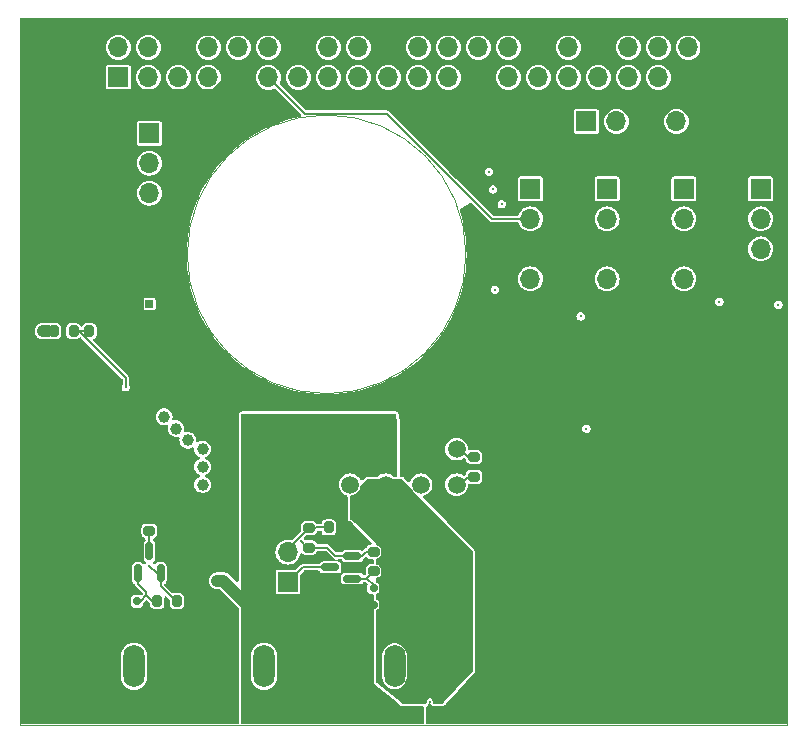
<source format=gm1>
G04 #@! TF.GenerationSoftware,KiCad,Pcbnew,8.0.8*
G04 #@! TF.CreationDate,2025-02-11T20:33:10+01:00*
G04 #@! TF.ProjectId,power_motherboard,706f7765-725f-46d6-9f74-686572626f61,rev?*
G04 #@! TF.SameCoordinates,Original*
G04 #@! TF.FileFunction,Profile,NP*
%FSLAX46Y46*%
G04 Gerber Fmt 4.6, Leading zero omitted, Abs format (unit mm)*
G04 Created by KiCad (PCBNEW 8.0.8) date 2025-02-11 20:33:10*
%MOMM*%
%LPD*%
G01*
G04 APERTURE LIST*
G04 Aperture macros list*
%AMRoundRect*
0 Rectangle with rounded corners*
0 $1 Rounding radius*
0 $2 $3 $4 $5 $6 $7 $8 $9 X,Y pos of 4 corners*
0 Add a 4 corners polygon primitive as box body*
4,1,4,$2,$3,$4,$5,$6,$7,$8,$9,$2,$3,0*
0 Add four circle primitives for the rounded corners*
1,1,$1+$1,$2,$3*
1,1,$1+$1,$4,$5*
1,1,$1+$1,$6,$7*
1,1,$1+$1,$8,$9*
0 Add four rect primitives between the rounded corners*
20,1,$1+$1,$2,$3,$4,$5,0*
20,1,$1+$1,$4,$5,$6,$7,0*
20,1,$1+$1,$6,$7,$8,$9,0*
20,1,$1+$1,$8,$9,$2,$3,0*%
G04 Aperture macros list end*
G04 #@! TA.AperFunction,Profile*
%ADD10C,0.050000*%
G04 #@! TD*
G04 #@! TA.AperFunction,ComponentPad*
%ADD11R,0.640000X0.640000*%
G04 #@! TD*
G04 #@! TA.AperFunction,ComponentPad*
%ADD12C,0.640000*%
G04 #@! TD*
G04 #@! TA.AperFunction,ComponentPad*
%ADD13R,1.700000X1.700000*%
G04 #@! TD*
G04 #@! TA.AperFunction,ComponentPad*
%ADD14O,1.700000X1.700000*%
G04 #@! TD*
G04 #@! TA.AperFunction,ComponentPad*
%ADD15RoundRect,0.250000X0.650000X1.550000X-0.650000X1.550000X-0.650000X-1.550000X0.650000X-1.550000X0*%
G04 #@! TD*
G04 #@! TA.AperFunction,ComponentPad*
%ADD16O,1.800000X3.600000*%
G04 #@! TD*
G04 #@! TA.AperFunction,ComponentPad*
%ADD17RoundRect,0.250001X-0.499999X-0.499999X0.499999X-0.499999X0.499999X0.499999X-0.499999X0.499999X0*%
G04 #@! TD*
G04 #@! TA.AperFunction,ComponentPad*
%ADD18C,1.500000*%
G04 #@! TD*
G04 #@! TA.AperFunction,SMDPad,CuDef*
%ADD19RoundRect,0.150000X0.150000X-0.587500X0.150000X0.587500X-0.150000X0.587500X-0.150000X-0.587500X0*%
G04 #@! TD*
G04 #@! TA.AperFunction,SMDPad,CuDef*
%ADD20RoundRect,0.150000X0.200000X-0.150000X0.200000X0.150000X-0.200000X0.150000X-0.200000X-0.150000X0*%
G04 #@! TD*
G04 #@! TA.AperFunction,SMDPad,CuDef*
%ADD21RoundRect,0.150000X0.587500X0.150000X-0.587500X0.150000X-0.587500X-0.150000X0.587500X-0.150000X0*%
G04 #@! TD*
G04 #@! TA.AperFunction,SMDPad,CuDef*
%ADD22RoundRect,0.200000X0.200000X0.275000X-0.200000X0.275000X-0.200000X-0.275000X0.200000X-0.275000X0*%
G04 #@! TD*
G04 #@! TA.AperFunction,SMDPad,CuDef*
%ADD23RoundRect,0.200000X-0.275000X0.200000X-0.275000X-0.200000X0.275000X-0.200000X0.275000X0.200000X0*%
G04 #@! TD*
G04 #@! TA.AperFunction,SMDPad,CuDef*
%ADD24RoundRect,0.150000X-0.150000X-0.200000X0.150000X-0.200000X0.150000X0.200000X-0.150000X0.200000X0*%
G04 #@! TD*
G04 #@! TA.AperFunction,SMDPad,CuDef*
%ADD25RoundRect,0.200000X0.275000X-0.200000X0.275000X0.200000X-0.275000X0.200000X-0.275000X-0.200000X0*%
G04 #@! TD*
G04 #@! TA.AperFunction,SMDPad,CuDef*
%ADD26RoundRect,0.200000X-0.200000X-0.275000X0.200000X-0.275000X0.200000X0.275000X-0.200000X0.275000X0*%
G04 #@! TD*
G04 #@! TA.AperFunction,ViaPad*
%ADD27C,0.300000*%
G04 #@! TD*
G04 #@! TA.AperFunction,ViaPad*
%ADD28C,1.000000*%
G04 #@! TD*
G04 #@! TA.AperFunction,Conductor*
%ADD29C,0.127000*%
G04 #@! TD*
G04 #@! TA.AperFunction,Conductor*
%ADD30C,1.000000*%
G04 #@! TD*
G04 APERTURE END LIST*
D10*
X100000000Y-43700000D02*
X165000000Y-43700000D01*
X165000000Y-103600000D01*
X100000000Y-103600000D01*
X100000000Y-43700000D01*
X137800000Y-63750000D02*
G75*
G02*
X114200000Y-63750000I-11800000J0D01*
G01*
X114200000Y-63750000D02*
G75*
G02*
X137800000Y-63750000I11800000J0D01*
G01*
D11*
X111000000Y-67950000D03*
D12*
X111000000Y-66680000D03*
D13*
X156250000Y-58210000D03*
D14*
X156250000Y-60750000D03*
X156250000Y-63290000D03*
X156250000Y-65830000D03*
D13*
X143250000Y-58200000D03*
D14*
X143250000Y-60740000D03*
X143250000Y-63280000D03*
X143250000Y-65820000D03*
D15*
X135560000Y-98625000D03*
D16*
X131750000Y-98625000D03*
D13*
X111000000Y-53500000D03*
D14*
X111000000Y-56040000D03*
X111000000Y-58580000D03*
X111000000Y-61120000D03*
D13*
X162750000Y-58210000D03*
D14*
X162750000Y-60750000D03*
X162750000Y-63290000D03*
X162750000Y-65830000D03*
D15*
X113500000Y-98625000D03*
D16*
X109690000Y-98625000D03*
D15*
X124500000Y-98625000D03*
D16*
X120690000Y-98625000D03*
D17*
X128000000Y-80250000D03*
D18*
X131000000Y-80250000D03*
X134000000Y-80250000D03*
X137000000Y-80250000D03*
X128000000Y-83250000D03*
X131000000Y-83250000D03*
X134000000Y-83250000D03*
X137000000Y-83250000D03*
D13*
X148000000Y-52500000D03*
D14*
X150540000Y-52500000D03*
X153080000Y-52500000D03*
X155620000Y-52500000D03*
D13*
X149750000Y-58210000D03*
D14*
X149750000Y-60750000D03*
X149750000Y-63290000D03*
X149750000Y-65830000D03*
D13*
X122725000Y-91500000D03*
D14*
X122725000Y-88960000D03*
D13*
X108370000Y-48770000D03*
D14*
X108370000Y-46230000D03*
X110910000Y-48770000D03*
X110910000Y-46230000D03*
X113450000Y-48770000D03*
X113450000Y-46230000D03*
X115990000Y-48770000D03*
X115990000Y-46230000D03*
X118530000Y-48770000D03*
X118530000Y-46230000D03*
X121070000Y-48770000D03*
X121070000Y-46230000D03*
X123610000Y-48770000D03*
X123610000Y-46230000D03*
X126150000Y-48770000D03*
X126150000Y-46230000D03*
X128690000Y-48770000D03*
X128690000Y-46230000D03*
X131230000Y-48770000D03*
X131230000Y-46230000D03*
X133770000Y-48770000D03*
X133770000Y-46230000D03*
X136310000Y-48770000D03*
X136310000Y-46230000D03*
X138850000Y-48770000D03*
X138850000Y-46230000D03*
X141390000Y-48770000D03*
X141390000Y-46230000D03*
X143930000Y-48770000D03*
X143930000Y-46230000D03*
X146470000Y-48770000D03*
X146470000Y-46230000D03*
X149010000Y-48770000D03*
X149010000Y-46230000D03*
X151550000Y-48770000D03*
X151550000Y-46230000D03*
X154090000Y-48770000D03*
X154090000Y-46230000D03*
X156630000Y-48770000D03*
X156630000Y-46230000D03*
D19*
X111950000Y-90750000D03*
X110050000Y-90750000D03*
X111000000Y-88875000D03*
D20*
X130000000Y-92000000D03*
X130000000Y-93400000D03*
D21*
X128187500Y-89300000D03*
X128187500Y-91200000D03*
X126312500Y-90250000D03*
D22*
X104575000Y-70250000D03*
X102925000Y-70250000D03*
D23*
X138500000Y-80925000D03*
X138500000Y-82575000D03*
D24*
X109950000Y-93125000D03*
X108550000Y-93125000D03*
D25*
X124500000Y-88575000D03*
X124500000Y-86925000D03*
D26*
X105925000Y-70250000D03*
X107575000Y-70250000D03*
D25*
X111000000Y-87150000D03*
X111000000Y-85500000D03*
D22*
X113325000Y-93125000D03*
X111675000Y-93125000D03*
D23*
X130000000Y-88925000D03*
X130000000Y-90575000D03*
D26*
X126175000Y-86875000D03*
X127825000Y-86875000D03*
D27*
X140250000Y-66750000D03*
X140090000Y-58250000D03*
X147500000Y-69000000D03*
X139750000Y-56750000D03*
X140840000Y-59500000D03*
X159250000Y-67750000D03*
X164250000Y-68000000D03*
X138500000Y-60750000D03*
X115000000Y-93500000D03*
X158500000Y-99000000D03*
X105000000Y-71250000D03*
X140000000Y-68000000D03*
X101750000Y-102000000D03*
X111500000Y-70500000D03*
X157500000Y-71500000D03*
X134750000Y-102625000D03*
X146500000Y-69250000D03*
X145600000Y-82600000D03*
X108000000Y-72250000D03*
X106500000Y-75250000D03*
X115500000Y-77250000D03*
X110400000Y-88000000D03*
X101500000Y-84750000D03*
X106500000Y-73250000D03*
X149135000Y-78615000D03*
X148750000Y-72000000D03*
X132250000Y-77500000D03*
X113750000Y-76000000D03*
X111600000Y-86000000D03*
X105750000Y-91375000D03*
X141500000Y-72750000D03*
X164000000Y-93000000D03*
X154500000Y-67500000D03*
X105500000Y-69000000D03*
X112500000Y-67750000D03*
X145600000Y-84000000D03*
X102250000Y-84750000D03*
X145750000Y-76150000D03*
X109200000Y-102400000D03*
X151000000Y-73000000D03*
X100750000Y-84750000D03*
X140250000Y-82500000D03*
X151500000Y-75500000D03*
X108500000Y-70250000D03*
X150500000Y-90500000D03*
X143250000Y-77000000D03*
X145750000Y-73750000D03*
X105250000Y-69500000D03*
X163500000Y-78000000D03*
X159250000Y-78000000D03*
X103750000Y-73750000D03*
X139250000Y-88375000D03*
X105500000Y-68250000D03*
X145400000Y-85600000D03*
X102200000Y-92600000D03*
X157000000Y-67500000D03*
X114750000Y-94275000D03*
X134750000Y-101625000D03*
X150500000Y-82500000D03*
X151000000Y-69500000D03*
X114250000Y-67250000D03*
X147000000Y-87600000D03*
X124750000Y-93250000D03*
X128750000Y-95375000D03*
X116750000Y-91375000D03*
X124400000Y-102800000D03*
X125859264Y-87857594D03*
X127750000Y-93500000D03*
X125400000Y-89400000D03*
X125000000Y-91000000D03*
X127750000Y-90500000D03*
X133200000Y-103000000D03*
X123600000Y-93000000D03*
X128750000Y-92500000D03*
X111000000Y-90125000D03*
X123812147Y-88062147D03*
X111000000Y-87750000D03*
D28*
X112250000Y-77500000D03*
X115500000Y-83250000D03*
X113250000Y-78500000D03*
X115500000Y-80250000D03*
X115500000Y-81750000D03*
X114250000Y-79500000D03*
D27*
X148000000Y-78500000D03*
D28*
X102000000Y-70250000D03*
D27*
X109000000Y-75000000D03*
D29*
X111250000Y-93125000D02*
X111675000Y-93125000D01*
X110750000Y-92625000D02*
X111250000Y-93125000D01*
X109950000Y-93125000D02*
X110250000Y-93125000D01*
X111675000Y-93125000D02*
X111675000Y-92962500D01*
X110050000Y-91675000D02*
X110050000Y-90750000D01*
X110750000Y-92375000D02*
X110050000Y-91675000D01*
X110250000Y-93125000D02*
X110750000Y-92625000D01*
X110750000Y-92625000D02*
X110750000Y-92375000D01*
D30*
X158107000Y-45618206D02*
X158107000Y-47293000D01*
X106893000Y-50247000D02*
X106820000Y-50174000D01*
X123610000Y-46230000D02*
X122133000Y-44753000D01*
X158107000Y-47293000D02*
X156630000Y-48770000D01*
X147533000Y-44753000D02*
X145407000Y-44753000D01*
X145407000Y-44753000D02*
X143930000Y-46230000D01*
X110053000Y-62067000D02*
X110053000Y-84603000D01*
X129753000Y-44753000D02*
X125087000Y-44753000D01*
X111000000Y-61120000D02*
X110053000Y-62067000D01*
D29*
X135500000Y-78250000D02*
X133500000Y-80250000D01*
D30*
X157241794Y-44753000D02*
X158107000Y-45618206D01*
D29*
X110000000Y-94375000D02*
X108750000Y-94375000D01*
D30*
X110053000Y-84603000D02*
X111000000Y-85550000D01*
X149750000Y-63290000D02*
X153080000Y-59960000D01*
X106820000Y-45587968D02*
X107727968Y-44680000D01*
X131230000Y-46230000D02*
X132707000Y-44753000D01*
X111000000Y-61120000D02*
X114061794Y-58058206D01*
D29*
X111250000Y-95625000D02*
X110000000Y-94375000D01*
D30*
X132707000Y-44753000D02*
X142453000Y-44753000D01*
X151530000Y-54050000D02*
X153080000Y-52500000D01*
X107727968Y-44680000D02*
X111900000Y-44680000D01*
X153080000Y-59960000D02*
X153080000Y-52500000D01*
X106820000Y-50174000D02*
X106820000Y-45587968D01*
X125087000Y-44753000D02*
X123610000Y-46230000D01*
X111900000Y-44680000D02*
X113450000Y-46230000D01*
X144130000Y-54050000D02*
X151530000Y-54050000D01*
X149750000Y-63290000D02*
X156250000Y-63290000D01*
X118078794Y-48770000D02*
X118530000Y-48770000D01*
X153080000Y-52320000D02*
X156630000Y-48770000D01*
X153080000Y-52500000D02*
X153080000Y-52320000D01*
D29*
X108750000Y-93125000D02*
X108550000Y-93125000D01*
D30*
X150487000Y-44753000D02*
X157241794Y-44753000D01*
X149010000Y-46230000D02*
X147533000Y-44753000D01*
D29*
X108500000Y-70250000D02*
X107575000Y-70250000D01*
X107575000Y-70250000D02*
X107575000Y-70105000D01*
D30*
X118530000Y-48770000D02*
X117053000Y-50247000D01*
D29*
X112750000Y-95625000D02*
X111250000Y-95625000D01*
D30*
X149740000Y-63280000D02*
X149750000Y-63290000D01*
D29*
X113500000Y-98625000D02*
X113500000Y-96375000D01*
D30*
X131230000Y-46230000D02*
X129753000Y-44753000D01*
X117053000Y-50247000D02*
X106893000Y-50247000D01*
D29*
X113500000Y-96375000D02*
X112750000Y-95625000D01*
D30*
X143250000Y-63280000D02*
X149740000Y-63280000D01*
X114061794Y-52787000D02*
X118078794Y-48770000D01*
D29*
X142250000Y-78250000D02*
X135500000Y-78250000D01*
D30*
X142453000Y-44753000D02*
X143930000Y-46230000D01*
X114061794Y-58058206D02*
X114061794Y-52787000D01*
X138850000Y-48770000D02*
X144130000Y-54050000D01*
X122133000Y-44753000D02*
X114927000Y-44753000D01*
D29*
X110000000Y-94375000D02*
X108750000Y-93125000D01*
X107575000Y-70105000D02*
X111000000Y-66680000D01*
X108750000Y-94375000D02*
X105750000Y-91375000D01*
D30*
X149010000Y-46230000D02*
X150487000Y-44753000D01*
X114927000Y-44753000D02*
X113450000Y-46230000D01*
D29*
X129625000Y-90450000D02*
X129750000Y-90325000D01*
X128387500Y-91000000D02*
X128187500Y-91200000D01*
X129375000Y-91200000D02*
X129200000Y-91200000D01*
X130000000Y-90575000D02*
X129375000Y-91200000D01*
X129450000Y-91200000D02*
X129200000Y-91200000D01*
X129200000Y-91200000D02*
X128187500Y-91200000D01*
X130000000Y-91750000D02*
X129450000Y-91200000D01*
X130000000Y-92000000D02*
X130000000Y-91750000D01*
X128750000Y-91000000D02*
X128387500Y-91000000D01*
X130000000Y-93400000D02*
X124800000Y-93400000D01*
D30*
X117250000Y-91375000D02*
X116750000Y-91375000D01*
D29*
X128075000Y-86875000D02*
X128259500Y-87059500D01*
D30*
X124500000Y-98625000D02*
X122037500Y-96162500D01*
D29*
X124800000Y-93400000D02*
X122037500Y-96162500D01*
D30*
X122037500Y-96162500D02*
X117250000Y-91375000D01*
D29*
X113250000Y-93125000D02*
X111950000Y-91825000D01*
X111625000Y-90750000D02*
X111000000Y-90125000D01*
X111950000Y-91825000D02*
X111950000Y-90750000D01*
X113325000Y-93125000D02*
X113250000Y-93125000D01*
X111950000Y-90750000D02*
X111625000Y-90750000D01*
X124500000Y-88575000D02*
X126075000Y-88575000D01*
X123812147Y-88062147D02*
X123812853Y-88062147D01*
X128187500Y-89300000D02*
X128237500Y-89250000D01*
X126075000Y-88575000D02*
X126750000Y-89250000D01*
X128137500Y-89250000D02*
X128187500Y-89300000D01*
X129000000Y-89250000D02*
X129325000Y-88925000D01*
X126750000Y-89250000D02*
X128137500Y-89250000D01*
X128237500Y-89250000D02*
X129000000Y-89250000D01*
X129325000Y-88925000D02*
X130000000Y-88925000D01*
X123812147Y-88062147D02*
X124325000Y-88575000D01*
X111000000Y-88875000D02*
X111000000Y-87200000D01*
X125075000Y-86875000D02*
X125000000Y-86950000D01*
X124468460Y-86925000D02*
X125000000Y-86925000D01*
X122725000Y-88960000D02*
X122725000Y-88668460D01*
X123000000Y-88665000D02*
X123290000Y-88665000D01*
X126425000Y-86875000D02*
X125075000Y-86875000D01*
X122725000Y-88668460D02*
X124468460Y-86925000D01*
X122725000Y-91500000D02*
X123975000Y-90250000D01*
X123975000Y-90250000D02*
X126312500Y-90250000D01*
X137325000Y-80250000D02*
X138000000Y-80925000D01*
X136500000Y-80250000D02*
X137325000Y-80250000D01*
X137325000Y-83250000D02*
X136500000Y-83250000D01*
X138000000Y-82575000D02*
X137325000Y-83250000D01*
D30*
X102425000Y-70250000D02*
X102000000Y-70250000D01*
D29*
X143250000Y-60740000D02*
X139990000Y-60740000D01*
X131081146Y-51831146D02*
X124131146Y-51831146D01*
X124131146Y-51831146D02*
X121070000Y-48770000D01*
X139990000Y-60740000D02*
X131081146Y-51831146D01*
X109000000Y-75000000D02*
X109000000Y-74196185D01*
X104575000Y-70250000D02*
X105925000Y-70250000D01*
X105053815Y-70250000D02*
X104575000Y-70250000D01*
X109000000Y-74196185D02*
X105053815Y-70250000D01*
G04 #@! TA.AperFunction,Conductor*
G36*
X131856581Y-77269685D02*
G01*
X131902336Y-77322489D01*
X131912280Y-77391647D01*
X131912015Y-77393398D01*
X131895131Y-77499998D01*
X131895131Y-77500002D01*
X131912498Y-77609658D01*
X131912500Y-77609661D01*
X131962905Y-77708587D01*
X131963677Y-77709359D01*
X131964315Y-77710527D01*
X131968644Y-77716486D01*
X131967874Y-77717045D01*
X131997164Y-77770678D01*
X132000000Y-77797044D01*
X132000000Y-82470500D01*
X131980315Y-82537539D01*
X131927511Y-82583294D01*
X131876000Y-82594500D01*
X131743920Y-82594500D01*
X131676881Y-82574815D01*
X131665260Y-82566357D01*
X131612231Y-82522836D01*
X131530626Y-82455864D01*
X131530623Y-82455862D01*
X131365502Y-82367604D01*
X131186333Y-82313253D01*
X131186331Y-82313252D01*
X131000000Y-82294901D01*
X130813668Y-82313252D01*
X130813666Y-82313253D01*
X130634497Y-82367604D01*
X130469376Y-82455862D01*
X130469373Y-82455864D01*
X130369854Y-82537539D01*
X130334743Y-82566353D01*
X130270436Y-82593666D01*
X130256080Y-82594500D01*
X129451361Y-82594500D01*
X129429381Y-82595678D01*
X129403034Y-82598511D01*
X129403032Y-82598512D01*
X129326521Y-82622470D01*
X129326518Y-82622471D01*
X129326516Y-82622471D01*
X129326511Y-82622474D01*
X129265200Y-82655952D01*
X129265192Y-82655957D01*
X129218382Y-82690998D01*
X129218371Y-82691008D01*
X129050251Y-82859127D01*
X128988927Y-82892611D01*
X128919236Y-82887627D01*
X128863302Y-82845755D01*
X128853212Y-82829898D01*
X128794137Y-82719376D01*
X128794135Y-82719373D01*
X128675357Y-82574642D01*
X128530626Y-82455864D01*
X128530623Y-82455862D01*
X128365502Y-82367604D01*
X128186333Y-82313253D01*
X128186331Y-82313252D01*
X128000000Y-82294901D01*
X127813668Y-82313252D01*
X127813666Y-82313253D01*
X127634497Y-82367604D01*
X127469376Y-82455862D01*
X127469373Y-82455864D01*
X127324642Y-82574642D01*
X127205864Y-82719373D01*
X127205862Y-82719376D01*
X127117604Y-82884497D01*
X127063253Y-83063666D01*
X127063252Y-83063668D01*
X127044901Y-83250000D01*
X127063252Y-83436331D01*
X127063253Y-83436333D01*
X127117604Y-83615502D01*
X127205862Y-83780623D01*
X127205864Y-83780626D01*
X127324642Y-83925357D01*
X127469373Y-84044135D01*
X127469376Y-84044137D01*
X127558546Y-84091798D01*
X127634499Y-84132396D01*
X127706496Y-84154236D01*
X127764934Y-84192533D01*
X127793390Y-84256345D01*
X127794500Y-84272896D01*
X127794500Y-86145146D01*
X127795717Y-86163715D01*
X127796258Y-86171973D01*
X127800481Y-86204053D01*
X127800482Y-86204059D01*
X127800483Y-86204061D01*
X127804114Y-86214354D01*
X127828751Y-86284191D01*
X127865110Y-86343845D01*
X127865112Y-86343848D01*
X127865115Y-86343852D01*
X127902355Y-86388957D01*
X127915698Y-86401087D01*
X127953480Y-86428304D01*
X128002186Y-86455595D01*
X128002189Y-86455596D01*
X128002194Y-86455599D01*
X128018023Y-86462239D01*
X128022462Y-86464203D01*
X128024219Y-86465022D01*
X128024223Y-86465025D01*
X128075901Y-86489122D01*
X128128337Y-86535292D01*
X128135875Y-86549097D01*
X128150102Y-86579606D01*
X128150105Y-86579611D01*
X128170865Y-86614601D01*
X128199838Y-86653952D01*
X128199839Y-86653954D01*
X128214348Y-86670041D01*
X128227088Y-86684168D01*
X129794127Y-88108748D01*
X129830490Y-88168408D01*
X129828826Y-88238258D01*
X129789663Y-88296120D01*
X129725434Y-88323623D01*
X129710721Y-88324500D01*
X129693484Y-88324500D01*
X129617345Y-88336558D01*
X129599696Y-88339354D01*
X129486658Y-88396950D01*
X129486657Y-88396951D01*
X129486652Y-88396954D01*
X129396954Y-88486652D01*
X129396951Y-88486657D01*
X129390152Y-88500000D01*
X126373352Y-88500000D01*
X126224544Y-88351192D01*
X126127513Y-88311000D01*
X125267869Y-88311000D01*
X125200830Y-88291315D01*
X125157385Y-88243296D01*
X125103050Y-88136658D01*
X125103046Y-88136654D01*
X125103045Y-88136652D01*
X125013347Y-88046954D01*
X125013344Y-88046952D01*
X125013342Y-88046950D01*
X124936517Y-88007805D01*
X124900301Y-87989352D01*
X124806524Y-87974500D01*
X124236851Y-87974500D01*
X124169812Y-87954815D01*
X124126366Y-87906795D01*
X124099242Y-87853560D01*
X124099238Y-87853556D01*
X124099237Y-87853554D01*
X124093928Y-87848245D01*
X124060443Y-87786922D01*
X124065427Y-87717230D01*
X124093926Y-87672884D01*
X124204993Y-87561817D01*
X124266316Y-87528333D01*
X124292674Y-87525499D01*
X124806517Y-87525499D01*
X124806518Y-87525499D01*
X124900304Y-87510646D01*
X125013342Y-87453050D01*
X125103050Y-87363342D01*
X125160646Y-87250304D01*
X125161707Y-87243601D01*
X125191636Y-87180468D01*
X125250948Y-87143536D01*
X125284181Y-87139000D01*
X125461860Y-87139000D01*
X125528899Y-87158685D01*
X125574654Y-87211489D01*
X125584333Y-87243601D01*
X125589354Y-87275304D01*
X125646950Y-87388342D01*
X125646952Y-87388344D01*
X125646954Y-87388347D01*
X125736652Y-87478045D01*
X125736654Y-87478046D01*
X125736658Y-87478050D01*
X125849694Y-87535645D01*
X125849698Y-87535647D01*
X125943475Y-87550499D01*
X125943481Y-87550500D01*
X126406518Y-87550499D01*
X126500304Y-87535646D01*
X126613342Y-87478050D01*
X126703050Y-87388342D01*
X126760646Y-87275304D01*
X126760646Y-87275302D01*
X126760647Y-87275301D01*
X126775499Y-87181524D01*
X126775500Y-87181519D01*
X126775499Y-86568482D01*
X126760646Y-86474696D01*
X126703050Y-86361658D01*
X126703046Y-86361654D01*
X126703045Y-86361652D01*
X126613347Y-86271954D01*
X126613344Y-86271952D01*
X126613342Y-86271950D01*
X126536517Y-86232805D01*
X126500301Y-86214352D01*
X126406524Y-86199500D01*
X125943482Y-86199500D01*
X125862519Y-86212323D01*
X125849696Y-86214354D01*
X125736658Y-86271950D01*
X125736657Y-86271951D01*
X125736652Y-86271954D01*
X125646954Y-86361652D01*
X125646951Y-86361657D01*
X125646950Y-86361658D01*
X125594518Y-86464562D01*
X125589353Y-86474698D01*
X125584332Y-86506399D01*
X125554402Y-86569533D01*
X125495091Y-86606464D01*
X125461859Y-86611000D01*
X125242393Y-86611000D01*
X125175354Y-86591315D01*
X125131909Y-86543296D01*
X125119841Y-86519612D01*
X125103050Y-86486658D01*
X125103047Y-86486655D01*
X125103045Y-86486652D01*
X125013347Y-86396954D01*
X125013344Y-86396952D01*
X125013342Y-86396950D01*
X124909132Y-86343852D01*
X124900301Y-86339352D01*
X124806524Y-86324500D01*
X124193482Y-86324500D01*
X124112519Y-86337323D01*
X124099696Y-86339354D01*
X123986658Y-86396950D01*
X123986657Y-86396951D01*
X123986652Y-86396954D01*
X123896954Y-86486652D01*
X123896951Y-86486657D01*
X123896950Y-86486658D01*
X123877751Y-86524337D01*
X123839352Y-86599698D01*
X123824500Y-86693475D01*
X123824500Y-87144243D01*
X123804815Y-87211282D01*
X123788181Y-87231924D01*
X123109680Y-87910425D01*
X123048357Y-87943910D01*
X122986005Y-87941405D01*
X122930932Y-87924699D01*
X122930933Y-87924699D01*
X122745282Y-87906414D01*
X122725000Y-87904417D01*
X122724999Y-87904417D01*
X122519067Y-87924699D01*
X122354895Y-87974500D01*
X122334345Y-87980734D01*
X122321043Y-87984769D01*
X122210898Y-88043643D01*
X122138550Y-88082315D01*
X122138548Y-88082316D01*
X122138547Y-88082317D01*
X121978589Y-88213589D01*
X121847317Y-88373547D01*
X121847315Y-88373550D01*
X121834807Y-88396951D01*
X121779725Y-88500000D01*
X118750000Y-88500000D01*
X118750000Y-77374000D01*
X118769685Y-77306961D01*
X118822489Y-77261206D01*
X118874000Y-77250000D01*
X131789542Y-77250000D01*
X131856581Y-77269685D01*
G37*
G04 #@! TD.AperFunction*
G04 #@! TA.AperFunction,Conductor*
G36*
X132414482Y-82819685D02*
G01*
X132436550Y-82837768D01*
X133199821Y-83626482D01*
X133218101Y-83650713D01*
X133286177Y-83768623D01*
X133409603Y-83905702D01*
X133558833Y-84014124D01*
X133558834Y-84014124D01*
X133558835Y-84014125D01*
X133565210Y-84016964D01*
X133603879Y-84044010D01*
X136011719Y-86532110D01*
X138365108Y-88963944D01*
X138397582Y-89025806D01*
X138400000Y-89050175D01*
X138400000Y-98951306D01*
X138380315Y-99018345D01*
X138366866Y-99035682D01*
X136958394Y-100552499D01*
X135931530Y-101658353D01*
X135836794Y-101760376D01*
X135776753Y-101796108D01*
X135745928Y-101800000D01*
X135148701Y-101800000D01*
X135081662Y-101780315D01*
X135035907Y-101727511D01*
X135025963Y-101658353D01*
X135026585Y-101654467D01*
X135031781Y-101624999D01*
X135014788Y-101528627D01*
X135014788Y-101528625D01*
X134965857Y-101443875D01*
X134965853Y-101443872D01*
X134890889Y-101380968D01*
X134798933Y-101347500D01*
X134798931Y-101347500D01*
X134701069Y-101347500D01*
X134701066Y-101347500D01*
X134609115Y-101380967D01*
X134609108Y-101380971D01*
X134534145Y-101443872D01*
X134534140Y-101443878D01*
X134485213Y-101528622D01*
X134485211Y-101528627D01*
X134468219Y-101624999D01*
X134473415Y-101654467D01*
X134465671Y-101723906D01*
X134421615Y-101778136D01*
X134355234Y-101799938D01*
X134351299Y-101800000D01*
X132444263Y-101800000D01*
X132377224Y-101780315D01*
X132365742Y-101771971D01*
X132351570Y-101760376D01*
X130245479Y-100037210D01*
X130206058Y-99979523D01*
X130200000Y-99941239D01*
X130200000Y-97623795D01*
X130722500Y-97623795D01*
X130722500Y-99626204D01*
X130761984Y-99824703D01*
X130761986Y-99824711D01*
X130839439Y-100011701D01*
X130839444Y-100011710D01*
X130951887Y-100179992D01*
X130951890Y-100179996D01*
X131095003Y-100323109D01*
X131095007Y-100323112D01*
X131263289Y-100435555D01*
X131263295Y-100435558D01*
X131263296Y-100435559D01*
X131450289Y-100513014D01*
X131648795Y-100552499D01*
X131648799Y-100552500D01*
X131648800Y-100552500D01*
X131851201Y-100552500D01*
X131851202Y-100552499D01*
X132049711Y-100513014D01*
X132236704Y-100435559D01*
X132404993Y-100323112D01*
X132548112Y-100179993D01*
X132660559Y-100011704D01*
X132738014Y-99824711D01*
X132777500Y-99626200D01*
X132777500Y-97623800D01*
X132738014Y-97425289D01*
X132660559Y-97238296D01*
X132660558Y-97238295D01*
X132660555Y-97238289D01*
X132548112Y-97070007D01*
X132548109Y-97070003D01*
X132404996Y-96926890D01*
X132404992Y-96926887D01*
X132236710Y-96814444D01*
X132236701Y-96814439D01*
X132049711Y-96736986D01*
X132049703Y-96736984D01*
X131851204Y-96697500D01*
X131851200Y-96697500D01*
X131648800Y-96697500D01*
X131648795Y-96697500D01*
X131450296Y-96736984D01*
X131450288Y-96736986D01*
X131263298Y-96814439D01*
X131263289Y-96814444D01*
X131095007Y-96926887D01*
X131095003Y-96926890D01*
X130951890Y-97070003D01*
X130951887Y-97070007D01*
X130839444Y-97238289D01*
X130839439Y-97238298D01*
X130761986Y-97425288D01*
X130761984Y-97425296D01*
X130722500Y-97623795D01*
X130200000Y-97623795D01*
X130200000Y-93934145D01*
X130219685Y-93867106D01*
X130272489Y-93821351D01*
X130273915Y-93820710D01*
X130359542Y-93782903D01*
X130432903Y-93709542D01*
X130474808Y-93614634D01*
X130477500Y-93591432D01*
X130477500Y-93208568D01*
X130474808Y-93185366D01*
X130432903Y-93090458D01*
X130359542Y-93017097D01*
X130359540Y-93017096D01*
X130273914Y-92979289D01*
X130220538Y-92934203D01*
X130200010Y-92867417D01*
X130200000Y-92865854D01*
X130200000Y-92534145D01*
X130219685Y-92467106D01*
X130272489Y-92421351D01*
X130273915Y-92420710D01*
X130359542Y-92382903D01*
X130432903Y-92309542D01*
X130474808Y-92214634D01*
X130477500Y-92191432D01*
X130477500Y-91808568D01*
X130474808Y-91785366D01*
X130432903Y-91690458D01*
X130359542Y-91617097D01*
X130359540Y-91617096D01*
X130273914Y-91579289D01*
X130220538Y-91534203D01*
X130200010Y-91467417D01*
X130200000Y-91465854D01*
X130200000Y-91226068D01*
X130219685Y-91159029D01*
X130272489Y-91113274D01*
X130309474Y-91103955D01*
X130309352Y-91103028D01*
X130313371Y-91102499D01*
X130313374Y-91102499D01*
X130361071Y-91096221D01*
X130465744Y-91047411D01*
X130547411Y-90965744D01*
X130596221Y-90861071D01*
X130602500Y-90813375D01*
X130602499Y-90336626D01*
X130596221Y-90288929D01*
X130547411Y-90184256D01*
X130465744Y-90102589D01*
X130409882Y-90076540D01*
X130361072Y-90053779D01*
X130361068Y-90053778D01*
X130309351Y-90046970D01*
X130309563Y-90045354D01*
X130250256Y-90023619D01*
X130208067Y-89967925D01*
X130200000Y-89923930D01*
X130200000Y-89576068D01*
X130219685Y-89509029D01*
X130272489Y-89463274D01*
X130309474Y-89453955D01*
X130309352Y-89453028D01*
X130313371Y-89452499D01*
X130313374Y-89452499D01*
X130361071Y-89446221D01*
X130465744Y-89397411D01*
X130547411Y-89315744D01*
X130596221Y-89211071D01*
X130602500Y-89163375D01*
X130602499Y-88686626D01*
X130596221Y-88638929D01*
X130547411Y-88534256D01*
X130465744Y-88452589D01*
X130409882Y-88426540D01*
X130361072Y-88403779D01*
X130361068Y-88403778D01*
X130309351Y-88396970D01*
X130309563Y-88395354D01*
X130250256Y-88373619D01*
X130208067Y-88317925D01*
X130200000Y-88273930D01*
X130200000Y-88199999D01*
X128365322Y-86532110D01*
X128336351Y-86492762D01*
X128320399Y-86458555D01*
X128297411Y-86409256D01*
X128215744Y-86327589D01*
X128111071Y-86278779D01*
X128111070Y-86278778D01*
X128111066Y-86278777D01*
X128102638Y-86276320D01*
X128053932Y-86249029D01*
X128040589Y-86236899D01*
X128004225Y-86177238D01*
X128000000Y-86145146D01*
X128000000Y-84251362D01*
X128019685Y-84184323D01*
X128036310Y-84163690D01*
X128041195Y-84158804D01*
X128102510Y-84125314D01*
X128272656Y-84089150D01*
X128441167Y-84014124D01*
X128590397Y-83905702D01*
X128713823Y-83768623D01*
X128806052Y-83608878D01*
X128863053Y-83433448D01*
X128869797Y-83369281D01*
X128896379Y-83304669D01*
X128905418Y-83294581D01*
X129363681Y-82836319D01*
X129425004Y-82802834D01*
X129451362Y-82800000D01*
X132347443Y-82800000D01*
X132414482Y-82819685D01*
G37*
G04 #@! TD.AperFunction*
G04 #@! TA.AperFunction,Conductor*
G36*
X164892539Y-43770185D02*
G01*
X164938294Y-43822989D01*
X164949500Y-43874500D01*
X164949500Y-103425500D01*
X164929815Y-103492539D01*
X164877011Y-103538294D01*
X164825500Y-103549500D01*
X134579500Y-103549500D01*
X134512461Y-103529815D01*
X134466706Y-103477011D01*
X134455500Y-103425500D01*
X134455500Y-102129500D01*
X134450803Y-102085816D01*
X134450801Y-102085807D01*
X134450518Y-102083174D01*
X134462922Y-102014414D01*
X134503289Y-101971054D01*
X134502114Y-101969552D01*
X134512868Y-101961133D01*
X134581115Y-101907712D01*
X134625171Y-101853482D01*
X134639797Y-101833041D01*
X134639801Y-101833029D01*
X134642330Y-101828153D01*
X134690657Y-101777693D01*
X134758593Y-101761370D01*
X134824569Y-101784367D01*
X134861850Y-101826898D01*
X134862519Y-101828153D01*
X134880602Y-101862086D01*
X134926361Y-101914895D01*
X134943943Y-101932839D01*
X134943947Y-101932843D01*
X134943948Y-101932844D01*
X134943950Y-101932845D01*
X135016407Y-101973375D01*
X135023764Y-101977490D01*
X135090803Y-101997175D01*
X135148701Y-102005500D01*
X135148705Y-102005500D01*
X135745936Y-102005500D01*
X135755734Y-102004883D01*
X135771670Y-102003881D01*
X135802495Y-101999989D01*
X135881848Y-101972701D01*
X135941889Y-101936969D01*
X135987383Y-101900209D01*
X136082119Y-101798186D01*
X137108983Y-100692332D01*
X138517455Y-99175515D01*
X138529238Y-99161641D01*
X138542687Y-99144304D01*
X138577490Y-99076243D01*
X138597175Y-99009204D01*
X138605500Y-98951306D01*
X138605500Y-89050175D01*
X138604496Y-89029884D01*
X138602078Y-89005515D01*
X138579536Y-88930291D01*
X138547062Y-88868429D01*
X138512781Y-88821035D01*
X136159392Y-86389201D01*
X134205149Y-84369817D01*
X134172675Y-84307956D01*
X134178801Y-84238355D01*
X134221584Y-84183115D01*
X134258257Y-84164928D01*
X134365501Y-84132396D01*
X134530625Y-84044136D01*
X134675357Y-83925357D01*
X134794136Y-83780625D01*
X134882396Y-83615501D01*
X134936747Y-83436331D01*
X134955099Y-83250000D01*
X136044901Y-83250000D01*
X136063252Y-83436331D01*
X136063253Y-83436333D01*
X136117604Y-83615502D01*
X136205862Y-83780623D01*
X136205864Y-83780626D01*
X136324642Y-83925357D01*
X136469373Y-84044135D01*
X136469376Y-84044137D01*
X136634495Y-84132394D01*
X136634499Y-84132396D01*
X136801696Y-84183115D01*
X136813666Y-84186746D01*
X136813668Y-84186747D01*
X136830374Y-84188392D01*
X137000000Y-84205099D01*
X137186331Y-84186747D01*
X137365501Y-84132396D01*
X137530625Y-84044136D01*
X137675357Y-83925357D01*
X137794136Y-83780625D01*
X137882396Y-83615501D01*
X137936747Y-83436331D01*
X137953093Y-83270361D01*
X137979254Y-83205576D01*
X138036288Y-83165217D01*
X138095895Y-83160044D01*
X138099696Y-83160646D01*
X138193481Y-83175500D01*
X138806518Y-83175499D01*
X138900304Y-83160646D01*
X139013342Y-83103050D01*
X139103050Y-83013342D01*
X139160646Y-82900304D01*
X139160646Y-82900302D01*
X139160647Y-82900301D01*
X139175499Y-82806524D01*
X139175500Y-82806519D01*
X139175499Y-82343482D01*
X139160646Y-82249696D01*
X139103050Y-82136658D01*
X139103046Y-82136654D01*
X139103045Y-82136652D01*
X139013347Y-82046954D01*
X139013344Y-82046952D01*
X139013342Y-82046950D01*
X138936517Y-82007805D01*
X138900301Y-81989352D01*
X138806524Y-81974500D01*
X138193482Y-81974500D01*
X138112519Y-81987323D01*
X138099696Y-81989354D01*
X137986658Y-82046950D01*
X137986657Y-82046951D01*
X137986652Y-82046954D01*
X137896954Y-82136652D01*
X137896951Y-82136657D01*
X137839352Y-82249698D01*
X137839352Y-82249699D01*
X137824466Y-82343689D01*
X137794537Y-82406824D01*
X137789674Y-82411972D01*
X137728269Y-82473377D01*
X137666946Y-82506862D01*
X137597254Y-82501878D01*
X137561924Y-82481550D01*
X137530625Y-82455864D01*
X137530619Y-82455860D01*
X137365502Y-82367604D01*
X137186333Y-82313253D01*
X137186331Y-82313252D01*
X137000000Y-82294901D01*
X136813668Y-82313252D01*
X136813666Y-82313253D01*
X136634497Y-82367604D01*
X136469376Y-82455862D01*
X136469373Y-82455864D01*
X136324642Y-82574642D01*
X136205864Y-82719373D01*
X136205862Y-82719376D01*
X136117604Y-82884497D01*
X136063253Y-83063666D01*
X136063252Y-83063668D01*
X136044901Y-83250000D01*
X134955099Y-83250000D01*
X134936747Y-83063669D01*
X134882396Y-82884499D01*
X134827648Y-82782072D01*
X134794137Y-82719376D01*
X134794135Y-82719373D01*
X134675357Y-82574642D01*
X134530626Y-82455864D01*
X134530623Y-82455862D01*
X134365502Y-82367604D01*
X134186333Y-82313253D01*
X134186331Y-82313252D01*
X134000000Y-82294901D01*
X133813668Y-82313252D01*
X133813666Y-82313253D01*
X133634497Y-82367604D01*
X133469376Y-82455862D01*
X133469373Y-82455864D01*
X133324642Y-82574642D01*
X133205864Y-82719373D01*
X133205862Y-82719376D01*
X133117604Y-82884496D01*
X133095295Y-82958039D01*
X133056997Y-83016477D01*
X132993185Y-83044933D01*
X132924118Y-83034372D01*
X132887528Y-83008274D01*
X132584229Y-82694865D01*
X132584227Y-82694863D01*
X132584223Y-82694859D01*
X132575677Y-82686991D01*
X132566817Y-82678833D01*
X132566807Y-82678825D01*
X132566798Y-82678816D01*
X132566149Y-82678284D01*
X132544733Y-82660735D01*
X132544731Y-82660734D01*
X132544730Y-82660733D01*
X132512898Y-82643916D01*
X132472381Y-82622510D01*
X132405346Y-82602826D01*
X132405342Y-82602825D01*
X132405341Y-82602825D01*
X132347443Y-82594500D01*
X132347439Y-82594500D01*
X132329500Y-82594500D01*
X132262461Y-82574815D01*
X132216706Y-82522011D01*
X132205500Y-82470500D01*
X132205500Y-80250000D01*
X136044901Y-80250000D01*
X136063252Y-80436331D01*
X136063253Y-80436333D01*
X136117604Y-80615502D01*
X136205862Y-80780623D01*
X136205864Y-80780626D01*
X136324642Y-80925357D01*
X136469373Y-81044135D01*
X136469376Y-81044137D01*
X136555574Y-81090210D01*
X136634499Y-81132396D01*
X136813666Y-81186746D01*
X136813668Y-81186747D01*
X136830374Y-81188392D01*
X137000000Y-81205099D01*
X137186331Y-81186747D01*
X137365501Y-81132396D01*
X137530625Y-81044136D01*
X137561922Y-81018450D01*
X137626230Y-80991136D01*
X137695098Y-81002926D01*
X137728269Y-81026621D01*
X137789676Y-81088028D01*
X137823161Y-81149351D01*
X137824469Y-81156313D01*
X137824500Y-81156515D01*
X137824501Y-81156518D01*
X137839354Y-81250304D01*
X137896950Y-81363342D01*
X137896952Y-81363344D01*
X137896954Y-81363347D01*
X137986652Y-81453045D01*
X137986654Y-81453046D01*
X137986658Y-81453050D01*
X138099694Y-81510645D01*
X138099698Y-81510647D01*
X138193475Y-81525499D01*
X138193481Y-81525500D01*
X138806518Y-81525499D01*
X138900304Y-81510646D01*
X139013342Y-81453050D01*
X139103050Y-81363342D01*
X139160646Y-81250304D01*
X139160646Y-81250302D01*
X139160647Y-81250301D01*
X139173481Y-81169264D01*
X139175500Y-81156519D01*
X139175499Y-80693482D01*
X139160646Y-80599696D01*
X139103050Y-80486658D01*
X139103046Y-80486654D01*
X139103045Y-80486652D01*
X139013347Y-80396954D01*
X139013344Y-80396952D01*
X139013342Y-80396950D01*
X138936517Y-80357805D01*
X138900301Y-80339352D01*
X138806524Y-80324500D01*
X138193481Y-80324500D01*
X138095892Y-80339956D01*
X138026599Y-80331000D01*
X137973147Y-80286002D01*
X137953093Y-80229636D01*
X137950223Y-80200500D01*
X137936747Y-80063669D01*
X137882396Y-79884499D01*
X137852160Y-79827931D01*
X137794137Y-79719376D01*
X137794135Y-79719373D01*
X137675357Y-79574642D01*
X137530626Y-79455864D01*
X137530623Y-79455862D01*
X137365502Y-79367604D01*
X137186333Y-79313253D01*
X137186331Y-79313252D01*
X137000000Y-79294901D01*
X136813668Y-79313252D01*
X136813666Y-79313253D01*
X136634497Y-79367604D01*
X136469376Y-79455862D01*
X136469373Y-79455864D01*
X136324642Y-79574642D01*
X136205864Y-79719373D01*
X136205862Y-79719376D01*
X136117604Y-79884497D01*
X136063253Y-80063666D01*
X136063252Y-80063668D01*
X136044901Y-80250000D01*
X132205500Y-80250000D01*
X132205500Y-78499997D01*
X147645131Y-78499997D01*
X147645131Y-78500002D01*
X147662498Y-78609658D01*
X147712904Y-78708585D01*
X147712909Y-78708592D01*
X147791407Y-78787090D01*
X147791410Y-78787092D01*
X147791413Y-78787095D01*
X147871557Y-78827930D01*
X147890341Y-78837501D01*
X147999998Y-78854869D01*
X148000000Y-78854869D01*
X148000002Y-78854869D01*
X148109658Y-78837501D01*
X148109659Y-78837500D01*
X148109661Y-78837500D01*
X148208587Y-78787095D01*
X148287095Y-78708587D01*
X148337500Y-78609661D01*
X148337500Y-78609659D01*
X148337501Y-78609658D01*
X148354869Y-78500002D01*
X148354869Y-78499997D01*
X148337501Y-78390341D01*
X148337500Y-78390339D01*
X148287095Y-78291413D01*
X148287092Y-78291410D01*
X148287090Y-78291407D01*
X148208592Y-78212909D01*
X148208588Y-78212906D01*
X148208587Y-78212905D01*
X148184241Y-78200500D01*
X148109658Y-78162498D01*
X148000002Y-78145131D01*
X147999998Y-78145131D01*
X147890341Y-78162498D01*
X147791414Y-78212904D01*
X147791407Y-78212909D01*
X147712909Y-78291407D01*
X147712904Y-78291414D01*
X147662498Y-78390341D01*
X147645131Y-78499997D01*
X132205500Y-78499997D01*
X132205500Y-77797045D01*
X132204322Y-77775088D01*
X132204321Y-77775067D01*
X132201485Y-77748701D01*
X132177521Y-77672182D01*
X132176126Y-77669627D01*
X132169294Y-77657116D01*
X132169290Y-77657101D01*
X132141901Y-77606959D01*
X132141898Y-77606953D01*
X132140650Y-77604668D01*
X132139019Y-77601578D01*
X132119291Y-77562858D01*
X132107306Y-77525977D01*
X132107178Y-77525171D01*
X132106264Y-77519404D01*
X132106264Y-77480605D01*
X132114985Y-77425546D01*
X132114989Y-77425515D01*
X132115021Y-77425318D01*
X132115119Y-77424678D01*
X132115201Y-77424149D01*
X132115466Y-77422398D01*
X132115688Y-77362400D01*
X132105744Y-77293242D01*
X132100652Y-77268627D01*
X132057642Y-77187915D01*
X132011887Y-77135111D01*
X132011881Y-77135104D01*
X131994299Y-77117160D01*
X131994298Y-77117159D01*
X131994296Y-77117157D01*
X131994294Y-77117156D01*
X131994292Y-77117154D01*
X131914482Y-77072511D01*
X131914477Y-77072509D01*
X131847445Y-77052826D01*
X131847441Y-77052825D01*
X131847440Y-77052825D01*
X131789542Y-77044500D01*
X118874000Y-77044500D01*
X118873992Y-77044500D01*
X118830313Y-77049197D01*
X118778825Y-77060397D01*
X118768627Y-77062890D01*
X118768624Y-77062891D01*
X118687916Y-77105899D01*
X118687913Y-77105901D01*
X118635104Y-77151660D01*
X118617160Y-77169242D01*
X118617154Y-77169249D01*
X118572511Y-77249059D01*
X118572509Y-77249064D01*
X118552826Y-77316096D01*
X118552825Y-77316101D01*
X118552825Y-77316102D01*
X118550665Y-77331128D01*
X118544500Y-77374003D01*
X118544500Y-91379480D01*
X118524815Y-91446519D01*
X118472011Y-91492274D01*
X118402853Y-91502218D01*
X118339297Y-91473193D01*
X118332819Y-91467161D01*
X117696545Y-90830887D01*
X117581807Y-90754222D01*
X117454332Y-90701421D01*
X117454322Y-90701418D01*
X117318996Y-90674500D01*
X117318994Y-90674500D01*
X117318993Y-90674500D01*
X116681007Y-90674500D01*
X116681005Y-90674500D01*
X116545677Y-90701418D01*
X116545667Y-90701421D01*
X116418195Y-90754221D01*
X116418182Y-90754228D01*
X116303458Y-90830885D01*
X116303454Y-90830888D01*
X116205888Y-90928454D01*
X116205885Y-90928458D01*
X116129228Y-91043182D01*
X116129221Y-91043195D01*
X116076421Y-91170667D01*
X116076418Y-91170677D01*
X116049500Y-91306004D01*
X116049500Y-91306007D01*
X116049500Y-91443993D01*
X116049500Y-91443995D01*
X116049499Y-91443995D01*
X116076418Y-91579322D01*
X116076421Y-91579332D01*
X116129221Y-91706804D01*
X116129228Y-91706817D01*
X116205885Y-91821541D01*
X116205888Y-91821545D01*
X116303454Y-91919111D01*
X116303458Y-91919114D01*
X116418182Y-91995771D01*
X116418195Y-91995778D01*
X116545667Y-92048578D01*
X116545672Y-92048580D01*
X116545676Y-92048580D01*
X116545677Y-92048581D01*
X116681004Y-92075500D01*
X116681007Y-92075500D01*
X116908481Y-92075500D01*
X116975520Y-92095185D01*
X116996162Y-92111819D01*
X118508181Y-93623837D01*
X118541666Y-93685160D01*
X118544500Y-93711518D01*
X118544500Y-103425500D01*
X118524815Y-103492539D01*
X118472011Y-103538294D01*
X118420500Y-103549500D01*
X100174500Y-103549500D01*
X100107461Y-103529815D01*
X100061706Y-103477011D01*
X100050500Y-103425500D01*
X100050500Y-97638389D01*
X108589500Y-97638389D01*
X108589500Y-99611611D01*
X108616598Y-99782701D01*
X108670127Y-99947445D01*
X108748768Y-100101788D01*
X108850586Y-100241928D01*
X108973072Y-100364414D01*
X109113212Y-100466232D01*
X109267555Y-100544873D01*
X109432299Y-100598402D01*
X109603389Y-100625500D01*
X109603390Y-100625500D01*
X109776610Y-100625500D01*
X109776611Y-100625500D01*
X109947701Y-100598402D01*
X110112445Y-100544873D01*
X110266788Y-100466232D01*
X110406928Y-100364414D01*
X110529414Y-100241928D01*
X110631232Y-100101788D01*
X110709873Y-99947445D01*
X110763402Y-99782701D01*
X110790500Y-99611611D01*
X110790500Y-97638389D01*
X110763402Y-97467299D01*
X110709873Y-97302555D01*
X110631232Y-97148212D01*
X110529414Y-97008072D01*
X110406928Y-96885586D01*
X110266788Y-96783768D01*
X110112445Y-96705127D01*
X109947701Y-96651598D01*
X109947699Y-96651597D01*
X109947698Y-96651597D01*
X109816271Y-96630781D01*
X109776611Y-96624500D01*
X109603389Y-96624500D01*
X109563728Y-96630781D01*
X109432302Y-96651597D01*
X109267552Y-96705128D01*
X109113211Y-96783768D01*
X109033256Y-96841859D01*
X108973072Y-96885586D01*
X108973070Y-96885588D01*
X108973069Y-96885588D01*
X108850588Y-97008069D01*
X108850588Y-97008070D01*
X108850586Y-97008072D01*
X108806859Y-97068256D01*
X108748768Y-97148211D01*
X108670128Y-97302552D01*
X108616597Y-97467302D01*
X108589500Y-97638389D01*
X100050500Y-97638389D01*
X100050500Y-92891739D01*
X109449500Y-92891739D01*
X109449500Y-93358260D01*
X109459426Y-93426391D01*
X109510803Y-93531485D01*
X109593514Y-93614196D01*
X109593515Y-93614196D01*
X109593517Y-93614198D01*
X109698607Y-93665573D01*
X109732673Y-93670536D01*
X109766739Y-93675500D01*
X109766740Y-93675500D01*
X110133261Y-93675500D01*
X110155971Y-93672191D01*
X110201393Y-93665573D01*
X110306483Y-93614198D01*
X110389198Y-93531483D01*
X110440573Y-93426393D01*
X110450500Y-93358260D01*
X110450500Y-93349214D01*
X110470185Y-93282175D01*
X110486819Y-93261533D01*
X110662320Y-93086031D01*
X110723641Y-93052548D01*
X110793332Y-93057532D01*
X110837680Y-93086033D01*
X111038181Y-93286534D01*
X111071666Y-93347857D01*
X111074500Y-93374213D01*
X111074500Y-93431516D01*
X111084649Y-93495596D01*
X111089354Y-93525304D01*
X111146950Y-93638342D01*
X111146952Y-93638344D01*
X111146954Y-93638347D01*
X111236652Y-93728045D01*
X111236654Y-93728046D01*
X111236658Y-93728050D01*
X111349694Y-93785645D01*
X111349698Y-93785647D01*
X111443475Y-93800499D01*
X111443481Y-93800500D01*
X111906518Y-93800499D01*
X112000304Y-93785646D01*
X112113342Y-93728050D01*
X112203050Y-93638342D01*
X112260646Y-93525304D01*
X112260646Y-93525302D01*
X112260647Y-93525301D01*
X112275499Y-93431524D01*
X112275500Y-93431519D01*
X112275499Y-92823212D01*
X112295183Y-92756174D01*
X112347987Y-92710419D01*
X112417146Y-92700475D01*
X112480702Y-92729500D01*
X112487180Y-92735532D01*
X112688181Y-92936533D01*
X112721666Y-92997856D01*
X112724500Y-93024214D01*
X112724500Y-93431517D01*
X112735292Y-93499657D01*
X112739354Y-93525304D01*
X112796950Y-93638342D01*
X112796952Y-93638344D01*
X112796954Y-93638347D01*
X112886652Y-93728045D01*
X112886654Y-93728046D01*
X112886658Y-93728050D01*
X112999694Y-93785645D01*
X112999698Y-93785647D01*
X113093475Y-93800499D01*
X113093481Y-93800500D01*
X113556518Y-93800499D01*
X113650304Y-93785646D01*
X113763342Y-93728050D01*
X113853050Y-93638342D01*
X113910646Y-93525304D01*
X113910646Y-93525302D01*
X113910647Y-93525301D01*
X113925499Y-93431524D01*
X113925500Y-93431519D01*
X113925499Y-92818482D01*
X113910646Y-92724696D01*
X113853050Y-92611658D01*
X113853046Y-92611654D01*
X113853045Y-92611652D01*
X113763347Y-92521954D01*
X113763344Y-92521952D01*
X113763342Y-92521950D01*
X113668531Y-92473641D01*
X113650301Y-92464352D01*
X113556524Y-92449500D01*
X113093480Y-92449500D01*
X113030164Y-92459528D01*
X112960871Y-92450571D01*
X112923088Y-92424735D01*
X112303448Y-91805095D01*
X112269963Y-91743772D01*
X112274947Y-91674080D01*
X112303448Y-91629732D01*
X112306481Y-91626698D01*
X112306483Y-91626698D01*
X112389198Y-91543983D01*
X112440573Y-91438893D01*
X112450500Y-91370760D01*
X112450500Y-90129240D01*
X112440573Y-90061107D01*
X112389198Y-89956017D01*
X112389196Y-89956015D01*
X112389196Y-89956014D01*
X112306485Y-89873303D01*
X112201391Y-89821926D01*
X112133261Y-89812000D01*
X112133260Y-89812000D01*
X111766740Y-89812000D01*
X111766739Y-89812000D01*
X111698608Y-89821926D01*
X111593514Y-89873303D01*
X111510799Y-89956018D01*
X111510705Y-89956151D01*
X111510528Y-89956289D01*
X111503536Y-89963282D01*
X111502690Y-89962436D01*
X111455726Y-89999269D01*
X111386164Y-90005818D01*
X111324104Y-89973719D01*
X111299309Y-89940386D01*
X111290972Y-89924023D01*
X111278079Y-89855355D01*
X111304358Y-89790615D01*
X111347001Y-89756333D01*
X111356483Y-89751698D01*
X111439198Y-89668983D01*
X111490573Y-89563893D01*
X111500500Y-89495760D01*
X111500500Y-88254240D01*
X111490573Y-88186107D01*
X111439198Y-88081017D01*
X111439196Y-88081015D01*
X111439196Y-88081014D01*
X111360814Y-88002632D01*
X111327329Y-87941309D01*
X111332313Y-87871617D01*
X111337305Y-87860259D01*
X111337501Y-87859658D01*
X111343470Y-87821972D01*
X111373399Y-87758837D01*
X111409644Y-87730886D01*
X111513342Y-87678050D01*
X111603050Y-87588342D01*
X111660646Y-87475304D01*
X111660646Y-87475302D01*
X111660647Y-87475301D01*
X111675499Y-87381524D01*
X111675500Y-87381519D01*
X111675499Y-86918482D01*
X111660646Y-86824696D01*
X111603050Y-86711658D01*
X111603046Y-86711654D01*
X111603045Y-86711652D01*
X111513347Y-86621954D01*
X111513344Y-86621952D01*
X111513342Y-86621950D01*
X111436517Y-86582805D01*
X111400301Y-86564352D01*
X111306524Y-86549500D01*
X110693482Y-86549500D01*
X110612519Y-86562323D01*
X110599696Y-86564354D01*
X110486658Y-86621950D01*
X110486657Y-86621951D01*
X110486652Y-86621954D01*
X110396954Y-86711652D01*
X110396951Y-86711657D01*
X110339352Y-86824698D01*
X110324500Y-86918475D01*
X110324500Y-87381517D01*
X110335292Y-87449657D01*
X110339354Y-87475304D01*
X110396950Y-87588342D01*
X110396952Y-87588344D01*
X110396954Y-87588347D01*
X110486652Y-87678045D01*
X110486654Y-87678046D01*
X110486658Y-87678050D01*
X110590352Y-87730885D01*
X110641147Y-87778859D01*
X110656529Y-87821969D01*
X110662499Y-87859660D01*
X110665514Y-87868937D01*
X110664010Y-87869425D01*
X110674885Y-87927322D01*
X110648611Y-87992063D01*
X110639186Y-88002632D01*
X110560802Y-88081016D01*
X110509426Y-88186108D01*
X110499500Y-88254239D01*
X110499500Y-89495760D01*
X110509426Y-89563891D01*
X110560803Y-89668985D01*
X110643515Y-89751697D01*
X110652998Y-89756333D01*
X110704581Y-89803460D01*
X110722496Y-89870994D01*
X110709026Y-89924025D01*
X110700693Y-89940381D01*
X110652721Y-89991178D01*
X110584900Y-90007976D01*
X110518764Y-89985441D01*
X110496467Y-89963278D01*
X110496464Y-89963282D01*
X110495283Y-89962101D01*
X110489289Y-89956143D01*
X110489199Y-89956017D01*
X110406485Y-89873303D01*
X110301391Y-89821926D01*
X110233261Y-89812000D01*
X110233260Y-89812000D01*
X109866740Y-89812000D01*
X109866739Y-89812000D01*
X109798608Y-89821926D01*
X109693514Y-89873303D01*
X109610803Y-89956014D01*
X109559426Y-90061108D01*
X109549500Y-90129239D01*
X109549500Y-91370760D01*
X109559426Y-91438891D01*
X109610803Y-91543985D01*
X109693513Y-91626695D01*
X109693514Y-91626695D01*
X109693517Y-91626698D01*
X109718573Y-91638946D01*
X109770153Y-91686071D01*
X109785729Y-91726154D01*
X109785998Y-91727509D01*
X109792735Y-91743772D01*
X109826192Y-91824544D01*
X109826193Y-91824545D01*
X110413966Y-92412318D01*
X110447451Y-92473641D01*
X110442467Y-92543333D01*
X110413966Y-92587680D01*
X110408956Y-92592690D01*
X110347633Y-92626175D01*
X110277941Y-92621191D01*
X110266821Y-92616412D01*
X110201393Y-92584427D01*
X110201391Y-92584426D01*
X110133261Y-92574500D01*
X110133260Y-92574500D01*
X109766740Y-92574500D01*
X109766739Y-92574500D01*
X109698608Y-92584426D01*
X109593514Y-92635803D01*
X109510803Y-92718514D01*
X109459426Y-92823608D01*
X109449500Y-92891739D01*
X100050500Y-92891739D01*
X100050500Y-77500000D01*
X111544355Y-77500000D01*
X111564859Y-77668869D01*
X111564860Y-77668874D01*
X111625182Y-77827931D01*
X111633658Y-77840210D01*
X111721817Y-77967929D01*
X111794219Y-78032071D01*
X111849150Y-78080736D01*
X111999773Y-78159789D01*
X111999775Y-78159790D01*
X112164944Y-78200500D01*
X112335054Y-78200500D01*
X112335056Y-78200500D01*
X112414844Y-78180834D01*
X112484644Y-78183903D01*
X112541706Y-78224222D01*
X112567911Y-78288992D01*
X112565435Y-78323643D01*
X112565764Y-78323683D01*
X112564957Y-78330322D01*
X112564917Y-78330894D01*
X112564860Y-78331122D01*
X112544355Y-78500000D01*
X112564859Y-78668869D01*
X112564860Y-78668874D01*
X112625182Y-78827931D01*
X112687475Y-78918177D01*
X112721817Y-78967929D01*
X112794219Y-79032071D01*
X112849150Y-79080736D01*
X112999773Y-79159789D01*
X112999775Y-79159790D01*
X113164944Y-79200500D01*
X113335054Y-79200500D01*
X113335056Y-79200500D01*
X113414844Y-79180834D01*
X113484644Y-79183903D01*
X113541706Y-79224222D01*
X113567911Y-79288992D01*
X113565435Y-79323643D01*
X113565764Y-79323683D01*
X113564957Y-79330322D01*
X113564917Y-79330894D01*
X113564860Y-79331122D01*
X113544355Y-79500000D01*
X113564859Y-79668869D01*
X113564860Y-79668874D01*
X113625182Y-79827931D01*
X113664229Y-79884499D01*
X113721817Y-79967929D01*
X113827505Y-80061560D01*
X113849150Y-80080736D01*
X113999773Y-80159789D01*
X113999775Y-80159790D01*
X114164944Y-80200500D01*
X114335056Y-80200500D01*
X114500225Y-80159790D01*
X114616875Y-80098566D01*
X114685380Y-80084841D01*
X114750434Y-80110333D01*
X114791378Y-80166948D01*
X114797595Y-80223306D01*
X114794355Y-80249995D01*
X114794355Y-80249999D01*
X114814859Y-80418869D01*
X114814860Y-80418874D01*
X114875182Y-80577931D01*
X114901116Y-80615502D01*
X114971817Y-80717929D01*
X115042588Y-80780626D01*
X115099150Y-80830736D01*
X115212456Y-80890204D01*
X115262669Y-80938789D01*
X115278643Y-81006808D01*
X115255308Y-81072665D01*
X115212456Y-81109796D01*
X115099150Y-81169263D01*
X114971816Y-81282072D01*
X114875182Y-81422068D01*
X114814860Y-81581125D01*
X114814859Y-81581130D01*
X114794355Y-81750000D01*
X114814859Y-81918869D01*
X114814860Y-81918874D01*
X114875182Y-82077931D01*
X114915719Y-82136658D01*
X114971817Y-82217929D01*
X115058701Y-82294901D01*
X115099150Y-82330736D01*
X115212456Y-82390204D01*
X115262669Y-82438789D01*
X115278643Y-82506808D01*
X115255308Y-82572665D01*
X115212456Y-82609796D01*
X115099150Y-82669263D01*
X114971816Y-82782072D01*
X114875182Y-82922068D01*
X114814860Y-83081125D01*
X114814859Y-83081130D01*
X114794355Y-83250000D01*
X114814859Y-83418869D01*
X114814860Y-83418874D01*
X114875182Y-83577931D01*
X114901116Y-83615502D01*
X114971817Y-83717929D01*
X115042588Y-83780626D01*
X115099150Y-83830736D01*
X115249773Y-83909789D01*
X115249775Y-83909790D01*
X115414944Y-83950500D01*
X115585056Y-83950500D01*
X115750225Y-83909790D01*
X115829692Y-83868081D01*
X115900849Y-83830736D01*
X115900850Y-83830734D01*
X115900852Y-83830734D01*
X116028183Y-83717929D01*
X116124818Y-83577930D01*
X116185140Y-83418872D01*
X116205645Y-83250000D01*
X116185140Y-83081128D01*
X116124818Y-82922070D01*
X116098884Y-82884499D01*
X116090476Y-82872318D01*
X116028183Y-82782071D01*
X115900852Y-82669266D01*
X115900850Y-82669265D01*
X115900849Y-82669264D01*
X115787543Y-82609796D01*
X115737331Y-82561212D01*
X115721356Y-82493193D01*
X115744691Y-82427335D01*
X115787543Y-82390204D01*
X115830603Y-82367604D01*
X115900852Y-82330734D01*
X116028183Y-82217929D01*
X116124818Y-82077930D01*
X116185140Y-81918872D01*
X116205645Y-81750000D01*
X116185140Y-81581128D01*
X116124818Y-81422070D01*
X116028183Y-81282071D01*
X115900852Y-81169266D01*
X115900850Y-81169265D01*
X115900849Y-81169264D01*
X115787543Y-81109796D01*
X115737331Y-81061212D01*
X115721356Y-80993193D01*
X115744691Y-80927335D01*
X115787543Y-80890204D01*
X115817699Y-80874376D01*
X115900852Y-80830734D01*
X116028183Y-80717929D01*
X116124818Y-80577930D01*
X116185140Y-80418872D01*
X116205645Y-80250000D01*
X116185140Y-80081128D01*
X116124818Y-79922070D01*
X116098884Y-79884499D01*
X116059837Y-79827930D01*
X116028183Y-79782071D01*
X115900852Y-79669266D01*
X115900849Y-79669263D01*
X115750226Y-79590210D01*
X115585056Y-79549500D01*
X115414944Y-79549500D01*
X115249773Y-79590210D01*
X115133126Y-79651432D01*
X115064618Y-79665158D01*
X114999564Y-79639665D01*
X114958620Y-79583050D01*
X114952404Y-79526689D01*
X114955645Y-79500000D01*
X114935140Y-79331128D01*
X114874818Y-79172070D01*
X114778183Y-79032071D01*
X114650852Y-78919266D01*
X114650849Y-78919263D01*
X114500226Y-78840210D01*
X114335056Y-78799500D01*
X114164944Y-78799500D01*
X114164942Y-78799500D01*
X114085156Y-78819165D01*
X114015354Y-78816095D01*
X113958292Y-78775775D01*
X113932087Y-78711006D01*
X113934566Y-78676357D01*
X113934236Y-78676317D01*
X113935048Y-78669627D01*
X113935087Y-78669086D01*
X113935140Y-78668870D01*
X113935140Y-78668869D01*
X113955645Y-78500000D01*
X113935140Y-78331128D01*
X113874818Y-78172070D01*
X113868212Y-78162500D01*
X113811773Y-78080734D01*
X113778183Y-78032071D01*
X113650852Y-77919266D01*
X113650849Y-77919263D01*
X113500226Y-77840210D01*
X113335056Y-77799500D01*
X113164944Y-77799500D01*
X113164942Y-77799500D01*
X113085156Y-77819165D01*
X113015354Y-77816095D01*
X112958292Y-77775775D01*
X112932087Y-77711006D01*
X112934566Y-77676357D01*
X112934236Y-77676317D01*
X112935048Y-77669627D01*
X112935087Y-77669086D01*
X112935140Y-77668870D01*
X112936569Y-77657101D01*
X112955645Y-77500000D01*
X112935140Y-77331128D01*
X112929441Y-77316102D01*
X112904016Y-77249059D01*
X112874818Y-77172070D01*
X112860726Y-77151655D01*
X112836912Y-77117154D01*
X112778183Y-77032071D01*
X112650852Y-76919266D01*
X112650849Y-76919263D01*
X112500226Y-76840210D01*
X112335056Y-76799500D01*
X112164944Y-76799500D01*
X111999773Y-76840210D01*
X111849150Y-76919263D01*
X111721816Y-77032072D01*
X111625182Y-77172068D01*
X111564860Y-77331125D01*
X111564859Y-77331130D01*
X111544355Y-77500000D01*
X100050500Y-77500000D01*
X100050500Y-70250000D01*
X101294355Y-70250000D01*
X101296141Y-70264712D01*
X101298596Y-70284926D01*
X101299500Y-70299873D01*
X101299500Y-70318991D01*
X101306882Y-70356105D01*
X101308360Y-70365347D01*
X101314859Y-70418870D01*
X101314860Y-70418871D01*
X101320678Y-70434212D01*
X101326354Y-70453995D01*
X101326420Y-70454327D01*
X101326420Y-70454329D01*
X101348046Y-70506538D01*
X101349427Y-70510019D01*
X101375182Y-70577930D01*
X101375183Y-70577931D01*
X101419983Y-70642836D01*
X101421035Y-70644385D01*
X101455885Y-70696541D01*
X101459751Y-70701252D01*
X101459371Y-70701563D01*
X101466061Y-70709590D01*
X101471817Y-70717929D01*
X101471817Y-70717930D01*
X101516845Y-70757821D01*
X101522299Y-70762955D01*
X101553458Y-70794114D01*
X101564154Y-70801261D01*
X101577485Y-70811543D01*
X101599148Y-70830734D01*
X101599150Y-70830735D01*
X101599151Y-70830736D01*
X101635836Y-70849990D01*
X101647097Y-70856681D01*
X101668189Y-70870775D01*
X101697398Y-70882874D01*
X101707559Y-70887633D01*
X101722093Y-70895261D01*
X101749772Y-70909789D01*
X101749774Y-70909789D01*
X101749775Y-70909790D01*
X101763457Y-70913162D01*
X101771791Y-70915216D01*
X101789571Y-70921052D01*
X101795672Y-70923580D01*
X101845023Y-70933396D01*
X101850473Y-70934609D01*
X101914944Y-70950500D01*
X101914945Y-70950500D01*
X102493995Y-70950500D01*
X102630676Y-70923312D01*
X102674263Y-70922456D01*
X102693481Y-70925500D01*
X103156518Y-70925499D01*
X103250304Y-70910646D01*
X103363342Y-70853050D01*
X103453050Y-70763342D01*
X103510646Y-70650304D01*
X103510646Y-70650302D01*
X103510647Y-70650301D01*
X103525499Y-70556524D01*
X103525500Y-70556519D01*
X103525499Y-69943482D01*
X103525498Y-69943475D01*
X103974500Y-69943475D01*
X103974500Y-70556517D01*
X103977892Y-70577931D01*
X103989354Y-70650304D01*
X104046950Y-70763342D01*
X104046952Y-70763344D01*
X104046954Y-70763347D01*
X104136652Y-70853045D01*
X104136654Y-70853046D01*
X104136658Y-70853050D01*
X104248014Y-70909789D01*
X104249698Y-70910647D01*
X104343475Y-70925499D01*
X104343481Y-70925500D01*
X104806518Y-70925499D01*
X104900304Y-70910646D01*
X105013342Y-70853050D01*
X105060748Y-70805643D01*
X105122067Y-70772160D01*
X105191758Y-70777143D01*
X105236108Y-70805645D01*
X108699681Y-74269218D01*
X108733166Y-74330541D01*
X108736000Y-74356899D01*
X108736000Y-74719335D01*
X108716315Y-74786374D01*
X108713006Y-74791213D01*
X108662498Y-74890341D01*
X108645131Y-74999997D01*
X108645131Y-75000002D01*
X108662498Y-75109658D01*
X108712904Y-75208585D01*
X108712909Y-75208592D01*
X108791407Y-75287090D01*
X108791410Y-75287092D01*
X108791413Y-75287095D01*
X108857954Y-75320999D01*
X108890341Y-75337501D01*
X108999998Y-75354869D01*
X109000000Y-75354869D01*
X109000002Y-75354869D01*
X109109658Y-75337501D01*
X109109659Y-75337500D01*
X109109661Y-75337500D01*
X109208587Y-75287095D01*
X109287095Y-75208587D01*
X109337500Y-75109661D01*
X109337500Y-75109659D01*
X109337501Y-75109658D01*
X109354869Y-75000002D01*
X109354869Y-74999997D01*
X109337501Y-74890341D01*
X109282664Y-74782717D01*
X109284039Y-74782016D01*
X109264202Y-74726406D01*
X109264000Y-74719335D01*
X109264000Y-74143673D01*
X109264000Y-74143672D01*
X109223808Y-74046641D01*
X109149544Y-73972377D01*
X106263342Y-71086175D01*
X106229857Y-71024852D01*
X106234841Y-70955160D01*
X106276713Y-70899227D01*
X106294718Y-70888015D01*
X106363342Y-70853050D01*
X106453050Y-70763342D01*
X106510646Y-70650304D01*
X106510646Y-70650302D01*
X106510647Y-70650301D01*
X106525499Y-70556524D01*
X106525500Y-70556519D01*
X106525499Y-69943482D01*
X106510646Y-69849696D01*
X106453050Y-69736658D01*
X106453046Y-69736654D01*
X106453045Y-69736652D01*
X106363347Y-69646954D01*
X106363344Y-69646952D01*
X106363342Y-69646950D01*
X106286517Y-69607805D01*
X106250301Y-69589352D01*
X106156524Y-69574500D01*
X105693482Y-69574500D01*
X105612519Y-69587323D01*
X105599696Y-69589354D01*
X105486658Y-69646950D01*
X105486657Y-69646951D01*
X105486652Y-69646954D01*
X105396954Y-69736652D01*
X105396949Y-69736659D01*
X105360483Y-69808226D01*
X105312508Y-69859022D01*
X105244687Y-69875816D01*
X105178552Y-69853278D01*
X105139516Y-69808226D01*
X105103050Y-69736658D01*
X105103047Y-69736655D01*
X105103045Y-69736652D01*
X105013347Y-69646954D01*
X105013344Y-69646952D01*
X105013342Y-69646950D01*
X104936517Y-69607805D01*
X104900301Y-69589352D01*
X104806524Y-69574500D01*
X104343482Y-69574500D01*
X104262519Y-69587323D01*
X104249696Y-69589354D01*
X104136658Y-69646950D01*
X104136657Y-69646951D01*
X104136652Y-69646954D01*
X104046954Y-69736652D01*
X104046951Y-69736657D01*
X104046950Y-69736658D01*
X104046748Y-69737055D01*
X103989352Y-69849698D01*
X103974500Y-69943475D01*
X103525498Y-69943475D01*
X103510646Y-69849696D01*
X103453050Y-69736658D01*
X103453046Y-69736654D01*
X103453045Y-69736652D01*
X103363347Y-69646954D01*
X103363344Y-69646952D01*
X103363342Y-69646950D01*
X103286517Y-69607805D01*
X103250301Y-69589352D01*
X103156524Y-69574500D01*
X102693479Y-69574500D01*
X102693475Y-69574501D01*
X102674257Y-69577544D01*
X102630675Y-69576687D01*
X102493997Y-69549500D01*
X102493993Y-69549500D01*
X102085056Y-69549500D01*
X101914944Y-69549500D01*
X101914940Y-69549500D01*
X101850486Y-69565386D01*
X101845006Y-69566606D01*
X101795673Y-69576419D01*
X101789566Y-69578949D01*
X101771797Y-69584781D01*
X101749776Y-69590209D01*
X101707561Y-69612365D01*
X101697393Y-69617127D01*
X101668187Y-69629225D01*
X101647091Y-69643320D01*
X101635837Y-69650008D01*
X101599147Y-69669266D01*
X101599144Y-69669268D01*
X101577486Y-69688454D01*
X101564166Y-69698729D01*
X101553464Y-69705880D01*
X101553458Y-69705886D01*
X101522287Y-69737055D01*
X101516838Y-69742183D01*
X101471820Y-69782067D01*
X101466053Y-69790421D01*
X101459391Y-69798447D01*
X101459753Y-69798744D01*
X101455887Y-69803455D01*
X101421023Y-69855631D01*
X101419973Y-69857177D01*
X101375185Y-69922063D01*
X101375181Y-69922071D01*
X101349436Y-69989953D01*
X101348058Y-69993428D01*
X101326419Y-70045673D01*
X101326418Y-70045678D01*
X101326353Y-70046006D01*
X101320680Y-70065781D01*
X101314859Y-70081129D01*
X101308362Y-70134640D01*
X101306884Y-70143881D01*
X101299500Y-70181006D01*
X101299500Y-70200125D01*
X101298596Y-70215071D01*
X101294355Y-70250000D01*
X100050500Y-70250000D01*
X100050500Y-67610247D01*
X110479500Y-67610247D01*
X110479500Y-68289752D01*
X110491131Y-68348229D01*
X110491132Y-68348230D01*
X110535447Y-68414552D01*
X110601769Y-68458867D01*
X110601770Y-68458868D01*
X110660247Y-68470499D01*
X110660250Y-68470500D01*
X110660252Y-68470500D01*
X111339750Y-68470500D01*
X111339751Y-68470499D01*
X111354568Y-68467552D01*
X111398229Y-68458868D01*
X111398229Y-68458867D01*
X111398231Y-68458867D01*
X111464552Y-68414552D01*
X111508867Y-68348231D01*
X111508867Y-68348229D01*
X111508868Y-68348229D01*
X111520499Y-68289752D01*
X111520500Y-68289750D01*
X111520500Y-67610249D01*
X111520499Y-67610247D01*
X111508868Y-67551770D01*
X111508867Y-67551769D01*
X111464552Y-67485447D01*
X111398230Y-67441132D01*
X111398229Y-67441131D01*
X111339752Y-67429500D01*
X111339748Y-67429500D01*
X110660252Y-67429500D01*
X110660247Y-67429500D01*
X110601770Y-67441131D01*
X110601769Y-67441132D01*
X110535447Y-67485447D01*
X110491132Y-67551769D01*
X110491131Y-67551770D01*
X110479500Y-67610247D01*
X100050500Y-67610247D01*
X100050500Y-63750000D01*
X114144485Y-63750000D01*
X114164543Y-64439342D01*
X114164543Y-64439346D01*
X114220908Y-65083590D01*
X114224648Y-65126341D01*
X114324597Y-65808689D01*
X114324598Y-65808697D01*
X114324600Y-65808706D01*
X114464047Y-66484050D01*
X114464051Y-66484067D01*
X114642537Y-67150187D01*
X114642544Y-67150210D01*
X114859455Y-67804812D01*
X115101688Y-68414552D01*
X115114075Y-68445730D01*
X115405525Y-69070745D01*
X115405531Y-69070757D01*
X115405536Y-69070766D01*
X115732816Y-69677746D01*
X115732829Y-69677768D01*
X116094848Y-70264691D01*
X116094858Y-70264705D01*
X116094862Y-70264712D01*
X116490416Y-70829623D01*
X116491296Y-70830736D01*
X116864266Y-71302433D01*
X116918149Y-71370578D01*
X117376611Y-71885748D01*
X117376613Y-71885750D01*
X117376629Y-71885767D01*
X117864232Y-72373370D01*
X117864249Y-72373386D01*
X117864252Y-72373389D01*
X118379422Y-72831851D01*
X118920377Y-73259584D01*
X119485288Y-73655138D01*
X120072243Y-74017177D01*
X120679255Y-74344475D01*
X121304270Y-74635925D01*
X121945175Y-74890540D01*
X122599800Y-75107459D01*
X123265930Y-75285948D01*
X123265946Y-75285951D01*
X123265949Y-75285952D01*
X123271485Y-75287095D01*
X123941311Y-75425403D01*
X124623659Y-75525352D01*
X125310663Y-75585457D01*
X126000000Y-75605515D01*
X126689337Y-75585457D01*
X127376341Y-75525352D01*
X128058689Y-75425403D01*
X128734070Y-75285948D01*
X129400200Y-75107459D01*
X130054825Y-74890540D01*
X130695730Y-74635925D01*
X131320745Y-74344475D01*
X131927758Y-74017177D01*
X132514712Y-73655138D01*
X133079623Y-73259584D01*
X133620578Y-72831851D01*
X134135748Y-72373389D01*
X134623389Y-71885748D01*
X135081851Y-71370578D01*
X135509584Y-70829623D01*
X135905138Y-70264712D01*
X136267177Y-69677758D01*
X136594475Y-69070745D01*
X136627465Y-68999997D01*
X147145131Y-68999997D01*
X147145131Y-69000002D01*
X147162498Y-69109658D01*
X147212904Y-69208585D01*
X147212909Y-69208592D01*
X147291407Y-69287090D01*
X147291410Y-69287092D01*
X147291413Y-69287095D01*
X147390339Y-69337500D01*
X147390341Y-69337501D01*
X147499998Y-69354869D01*
X147500000Y-69354869D01*
X147500002Y-69354869D01*
X147609658Y-69337501D01*
X147609659Y-69337500D01*
X147609661Y-69337500D01*
X147708587Y-69287095D01*
X147787095Y-69208587D01*
X147837500Y-69109661D01*
X147837500Y-69109659D01*
X147837501Y-69109658D01*
X147854869Y-69000002D01*
X147854869Y-68999997D01*
X147837501Y-68890341D01*
X147837500Y-68890339D01*
X147787095Y-68791413D01*
X147787092Y-68791410D01*
X147787090Y-68791407D01*
X147708592Y-68712909D01*
X147708588Y-68712906D01*
X147708587Y-68712905D01*
X147704743Y-68710946D01*
X147609658Y-68662498D01*
X147500002Y-68645131D01*
X147499998Y-68645131D01*
X147390341Y-68662498D01*
X147291414Y-68712904D01*
X147291407Y-68712909D01*
X147212909Y-68791407D01*
X147212904Y-68791414D01*
X147162498Y-68890341D01*
X147145131Y-68999997D01*
X136627465Y-68999997D01*
X136885925Y-68445730D01*
X137140540Y-67804825D01*
X137158708Y-67749997D01*
X158895131Y-67749997D01*
X158895131Y-67750002D01*
X158912498Y-67859658D01*
X158962904Y-67958585D01*
X158962909Y-67958592D01*
X159041407Y-68037090D01*
X159041410Y-68037092D01*
X159041413Y-68037095D01*
X159140339Y-68087500D01*
X159140341Y-68087501D01*
X159249998Y-68104869D01*
X159250000Y-68104869D01*
X159250002Y-68104869D01*
X159359658Y-68087501D01*
X159359659Y-68087500D01*
X159359661Y-68087500D01*
X159458587Y-68037095D01*
X159495685Y-67999997D01*
X163895131Y-67999997D01*
X163895131Y-68000002D01*
X163912498Y-68109658D01*
X163962904Y-68208585D01*
X163962909Y-68208592D01*
X164041407Y-68287090D01*
X164041410Y-68287092D01*
X164041413Y-68287095D01*
X164140339Y-68337500D01*
X164140341Y-68337501D01*
X164249998Y-68354869D01*
X164250000Y-68354869D01*
X164250002Y-68354869D01*
X164359658Y-68337501D01*
X164359659Y-68337500D01*
X164359661Y-68337500D01*
X164458587Y-68287095D01*
X164537095Y-68208587D01*
X164587500Y-68109661D01*
X164587500Y-68109659D01*
X164587501Y-68109658D01*
X164604869Y-68000002D01*
X164604869Y-67999997D01*
X164587501Y-67890341D01*
X164571867Y-67859658D01*
X164537095Y-67791413D01*
X164537092Y-67791410D01*
X164537090Y-67791407D01*
X164458592Y-67712909D01*
X164458588Y-67712906D01*
X164458587Y-67712905D01*
X164454743Y-67710946D01*
X164359658Y-67662498D01*
X164250002Y-67645131D01*
X164249998Y-67645131D01*
X164140341Y-67662498D01*
X164041414Y-67712904D01*
X164041407Y-67712909D01*
X163962909Y-67791407D01*
X163962904Y-67791414D01*
X163912498Y-67890341D01*
X163895131Y-67999997D01*
X159495685Y-67999997D01*
X159537095Y-67958587D01*
X159587500Y-67859661D01*
X159587500Y-67859659D01*
X159587501Y-67859658D01*
X159604869Y-67750002D01*
X159604869Y-67749997D01*
X159587501Y-67640341D01*
X159542372Y-67551770D01*
X159537095Y-67541413D01*
X159537092Y-67541410D01*
X159537090Y-67541407D01*
X159458592Y-67462909D01*
X159458588Y-67462906D01*
X159458587Y-67462905D01*
X159393026Y-67429500D01*
X159359658Y-67412498D01*
X159250002Y-67395131D01*
X159249998Y-67395131D01*
X159140341Y-67412498D01*
X159041414Y-67462904D01*
X159041407Y-67462909D01*
X158962909Y-67541407D01*
X158962904Y-67541414D01*
X158912498Y-67640341D01*
X158895131Y-67749997D01*
X137158708Y-67749997D01*
X137357459Y-67150200D01*
X137464693Y-66749997D01*
X139895131Y-66749997D01*
X139895131Y-66750002D01*
X139912498Y-66859658D01*
X139962904Y-66958585D01*
X139962909Y-66958592D01*
X140041407Y-67037090D01*
X140041410Y-67037092D01*
X140041413Y-67037095D01*
X140140339Y-67087500D01*
X140140341Y-67087501D01*
X140249998Y-67104869D01*
X140250000Y-67104869D01*
X140250002Y-67104869D01*
X140359658Y-67087501D01*
X140359659Y-67087500D01*
X140359661Y-67087500D01*
X140458587Y-67037095D01*
X140537095Y-66958587D01*
X140587500Y-66859661D01*
X140587500Y-66859659D01*
X140587501Y-66859658D01*
X140604869Y-66750002D01*
X140604869Y-66749997D01*
X140587501Y-66640341D01*
X140587500Y-66640339D01*
X140537095Y-66541413D01*
X140537092Y-66541410D01*
X140537090Y-66541407D01*
X140458592Y-66462909D01*
X140458588Y-66462906D01*
X140458587Y-66462905D01*
X140452142Y-66459621D01*
X140359658Y-66412498D01*
X140250002Y-66395131D01*
X140249998Y-66395131D01*
X140140341Y-66412498D01*
X140041414Y-66462904D01*
X140041407Y-66462909D01*
X139962909Y-66541407D01*
X139962904Y-66541414D01*
X139912498Y-66640341D01*
X139895131Y-66749997D01*
X137464693Y-66749997D01*
X137535948Y-66484070D01*
X137673067Y-65820000D01*
X142194417Y-65820000D01*
X142214699Y-66025932D01*
X142217733Y-66035934D01*
X142274768Y-66223954D01*
X142372315Y-66406450D01*
X142406969Y-66448677D01*
X142503589Y-66566410D01*
X142593673Y-66640339D01*
X142663550Y-66697685D01*
X142846046Y-66795232D01*
X143044066Y-66855300D01*
X143044065Y-66855300D01*
X143062529Y-66857118D01*
X143250000Y-66875583D01*
X143455934Y-66855300D01*
X143653954Y-66795232D01*
X143836450Y-66697685D01*
X143996410Y-66566410D01*
X144127685Y-66406450D01*
X144225232Y-66223954D01*
X144285300Y-66025934D01*
X144304598Y-65830000D01*
X148694417Y-65830000D01*
X148714699Y-66035932D01*
X148714700Y-66035934D01*
X148774768Y-66233954D01*
X148872315Y-66416450D01*
X148872317Y-66416452D01*
X149003589Y-66576410D01*
X149100209Y-66655702D01*
X149163550Y-66707685D01*
X149346046Y-66805232D01*
X149544066Y-66865300D01*
X149544065Y-66865300D01*
X149562529Y-66867118D01*
X149750000Y-66885583D01*
X149955934Y-66865300D01*
X150153954Y-66805232D01*
X150336450Y-66707685D01*
X150496410Y-66576410D01*
X150627685Y-66416450D01*
X150725232Y-66233954D01*
X150785300Y-66035934D01*
X150805583Y-65830000D01*
X155194417Y-65830000D01*
X155214699Y-66035932D01*
X155214700Y-66035934D01*
X155274768Y-66233954D01*
X155372315Y-66416450D01*
X155372317Y-66416452D01*
X155503589Y-66576410D01*
X155600209Y-66655702D01*
X155663550Y-66707685D01*
X155846046Y-66805232D01*
X156044066Y-66865300D01*
X156044065Y-66865300D01*
X156062529Y-66867118D01*
X156250000Y-66885583D01*
X156455934Y-66865300D01*
X156653954Y-66805232D01*
X156836450Y-66707685D01*
X156996410Y-66576410D01*
X157127685Y-66416450D01*
X157225232Y-66233954D01*
X157285300Y-66035934D01*
X157305583Y-65830000D01*
X157285300Y-65624066D01*
X157225232Y-65426046D01*
X157127685Y-65243550D01*
X157031495Y-65126341D01*
X156996410Y-65083589D01*
X156836452Y-64952317D01*
X156836453Y-64952317D01*
X156836450Y-64952315D01*
X156653954Y-64854768D01*
X156455934Y-64794700D01*
X156455932Y-64794699D01*
X156455934Y-64794699D01*
X156250000Y-64774417D01*
X156044067Y-64794699D01*
X155846043Y-64854769D01*
X155735898Y-64913643D01*
X155663550Y-64952315D01*
X155663548Y-64952316D01*
X155663547Y-64952317D01*
X155503589Y-65083589D01*
X155372317Y-65243547D01*
X155274769Y-65426043D01*
X155214699Y-65624067D01*
X155194417Y-65830000D01*
X150805583Y-65830000D01*
X150785300Y-65624066D01*
X150725232Y-65426046D01*
X150627685Y-65243550D01*
X150531495Y-65126341D01*
X150496410Y-65083589D01*
X150336452Y-64952317D01*
X150336453Y-64952317D01*
X150336450Y-64952315D01*
X150153954Y-64854768D01*
X149955934Y-64794700D01*
X149955932Y-64794699D01*
X149955934Y-64794699D01*
X149750000Y-64774417D01*
X149544067Y-64794699D01*
X149346043Y-64854769D01*
X149235898Y-64913643D01*
X149163550Y-64952315D01*
X149163548Y-64952316D01*
X149163547Y-64952317D01*
X149003589Y-65083589D01*
X148872317Y-65243547D01*
X148774769Y-65426043D01*
X148714699Y-65624067D01*
X148694417Y-65830000D01*
X144304598Y-65830000D01*
X144305583Y-65820000D01*
X144285300Y-65614066D01*
X144225232Y-65416046D01*
X144127685Y-65233550D01*
X144075702Y-65170209D01*
X143996410Y-65073589D01*
X143878677Y-64976969D01*
X143836450Y-64942315D01*
X143653954Y-64844768D01*
X143455934Y-64784700D01*
X143455932Y-64784699D01*
X143455934Y-64784699D01*
X143250000Y-64764417D01*
X143044067Y-64784699D01*
X142846043Y-64844769D01*
X142735898Y-64903643D01*
X142663550Y-64942315D01*
X142663548Y-64942316D01*
X142663547Y-64942317D01*
X142503589Y-65073589D01*
X142372317Y-65233547D01*
X142372315Y-65233550D01*
X142366970Y-65243550D01*
X142274769Y-65416043D01*
X142274768Y-65416045D01*
X142274768Y-65416046D01*
X142271735Y-65426046D01*
X142214699Y-65614067D01*
X142194417Y-65820000D01*
X137673067Y-65820000D01*
X137675403Y-65808689D01*
X137775352Y-65126341D01*
X137835457Y-64439337D01*
X137855515Y-63750000D01*
X137842130Y-63290000D01*
X161694417Y-63290000D01*
X161714699Y-63495932D01*
X161714700Y-63495934D01*
X161774768Y-63693954D01*
X161872315Y-63876450D01*
X161872317Y-63876452D01*
X162003589Y-64036410D01*
X162100209Y-64115702D01*
X162163550Y-64167685D01*
X162346046Y-64265232D01*
X162544066Y-64325300D01*
X162544065Y-64325300D01*
X162562529Y-64327118D01*
X162750000Y-64345583D01*
X162955934Y-64325300D01*
X163153954Y-64265232D01*
X163336450Y-64167685D01*
X163496410Y-64036410D01*
X163627685Y-63876450D01*
X163725232Y-63693954D01*
X163785300Y-63495934D01*
X163805583Y-63290000D01*
X163785300Y-63084066D01*
X163725232Y-62886046D01*
X163627685Y-62703550D01*
X163575702Y-62640209D01*
X163496410Y-62543589D01*
X163336452Y-62412317D01*
X163336453Y-62412317D01*
X163336450Y-62412315D01*
X163153954Y-62314768D01*
X162955934Y-62254700D01*
X162955932Y-62254699D01*
X162955934Y-62254699D01*
X162750000Y-62234417D01*
X162544067Y-62254699D01*
X162346043Y-62314769D01*
X162235898Y-62373643D01*
X162163550Y-62412315D01*
X162163548Y-62412316D01*
X162163547Y-62412317D01*
X162003589Y-62543589D01*
X161872317Y-62703547D01*
X161774769Y-62886043D01*
X161714699Y-63084067D01*
X161694417Y-63290000D01*
X137842130Y-63290000D01*
X137835457Y-63060663D01*
X137775352Y-62373659D01*
X137675403Y-61691311D01*
X137535948Y-61015930D01*
X137357459Y-60349800D01*
X137265886Y-60073451D01*
X137263485Y-60003625D01*
X137299217Y-59943584D01*
X137319791Y-59928124D01*
X138164887Y-59421067D01*
X138232498Y-59403456D01*
X138298900Y-59425194D01*
X138316363Y-59439716D01*
X139212691Y-60336043D01*
X139840456Y-60963808D01*
X139937487Y-61004000D01*
X140042512Y-61004000D01*
X142140349Y-61004000D01*
X142207388Y-61023685D01*
X142253143Y-61076489D01*
X142259009Y-61092004D01*
X142274768Y-61143954D01*
X142372315Y-61326450D01*
X142406969Y-61368677D01*
X142503589Y-61486410D01*
X142600209Y-61565702D01*
X142663550Y-61617685D01*
X142846046Y-61715232D01*
X143044066Y-61775300D01*
X143044065Y-61775300D01*
X143062529Y-61777118D01*
X143250000Y-61795583D01*
X143455934Y-61775300D01*
X143653954Y-61715232D01*
X143836450Y-61617685D01*
X143996410Y-61486410D01*
X144127685Y-61326450D01*
X144225232Y-61143954D01*
X144285300Y-60945934D01*
X144304598Y-60750000D01*
X148694417Y-60750000D01*
X148714699Y-60955932D01*
X148729280Y-61003999D01*
X148774768Y-61153954D01*
X148872315Y-61336450D01*
X148872317Y-61336452D01*
X149003589Y-61496410D01*
X149100209Y-61575702D01*
X149163550Y-61627685D01*
X149346046Y-61725232D01*
X149544066Y-61785300D01*
X149544065Y-61785300D01*
X149562529Y-61787118D01*
X149750000Y-61805583D01*
X149955934Y-61785300D01*
X150153954Y-61725232D01*
X150336450Y-61627685D01*
X150496410Y-61496410D01*
X150627685Y-61336450D01*
X150725232Y-61153954D01*
X150785300Y-60955934D01*
X150805583Y-60750000D01*
X155194417Y-60750000D01*
X155214699Y-60955932D01*
X155229280Y-61003999D01*
X155274768Y-61153954D01*
X155372315Y-61336450D01*
X155372317Y-61336452D01*
X155503589Y-61496410D01*
X155600209Y-61575702D01*
X155663550Y-61627685D01*
X155846046Y-61725232D01*
X156044066Y-61785300D01*
X156044065Y-61785300D01*
X156062529Y-61787118D01*
X156250000Y-61805583D01*
X156455934Y-61785300D01*
X156653954Y-61725232D01*
X156836450Y-61627685D01*
X156996410Y-61496410D01*
X157127685Y-61336450D01*
X157225232Y-61153954D01*
X157285300Y-60955934D01*
X157305583Y-60750000D01*
X161694417Y-60750000D01*
X161714699Y-60955932D01*
X161729280Y-61003999D01*
X161774768Y-61153954D01*
X161872315Y-61336450D01*
X161872317Y-61336452D01*
X162003589Y-61496410D01*
X162100209Y-61575702D01*
X162163550Y-61627685D01*
X162346046Y-61725232D01*
X162544066Y-61785300D01*
X162544065Y-61785300D01*
X162562529Y-61787118D01*
X162750000Y-61805583D01*
X162955934Y-61785300D01*
X163153954Y-61725232D01*
X163336450Y-61627685D01*
X163496410Y-61496410D01*
X163627685Y-61336450D01*
X163725232Y-61153954D01*
X163785300Y-60955934D01*
X163805583Y-60750000D01*
X163785300Y-60544066D01*
X163725232Y-60346046D01*
X163627685Y-60163550D01*
X163553746Y-60073454D01*
X163496410Y-60003589D01*
X163378677Y-59906969D01*
X163336450Y-59872315D01*
X163153954Y-59774768D01*
X162955934Y-59714700D01*
X162955932Y-59714699D01*
X162955934Y-59714699D01*
X162750000Y-59694417D01*
X162544067Y-59714699D01*
X162346043Y-59774769D01*
X162235898Y-59833643D01*
X162163550Y-59872315D01*
X162163548Y-59872316D01*
X162163547Y-59872317D01*
X162003589Y-60003589D01*
X161872317Y-60163547D01*
X161774769Y-60346043D01*
X161714699Y-60544067D01*
X161694417Y-60750000D01*
X157305583Y-60750000D01*
X157285300Y-60544066D01*
X157225232Y-60346046D01*
X157127685Y-60163550D01*
X157053746Y-60073454D01*
X156996410Y-60003589D01*
X156878677Y-59906969D01*
X156836450Y-59872315D01*
X156653954Y-59774768D01*
X156455934Y-59714700D01*
X156455932Y-59714699D01*
X156455934Y-59714699D01*
X156250000Y-59694417D01*
X156044067Y-59714699D01*
X155846043Y-59774769D01*
X155735898Y-59833643D01*
X155663550Y-59872315D01*
X155663548Y-59872316D01*
X155663547Y-59872317D01*
X155503589Y-60003589D01*
X155372317Y-60163547D01*
X155274769Y-60346043D01*
X155214699Y-60544067D01*
X155194417Y-60750000D01*
X150805583Y-60750000D01*
X150785300Y-60544066D01*
X150725232Y-60346046D01*
X150627685Y-60163550D01*
X150553746Y-60073454D01*
X150496410Y-60003589D01*
X150378677Y-59906969D01*
X150336450Y-59872315D01*
X150153954Y-59774768D01*
X149955934Y-59714700D01*
X149955932Y-59714699D01*
X149955934Y-59714699D01*
X149750000Y-59694417D01*
X149544067Y-59714699D01*
X149346043Y-59774769D01*
X149235898Y-59833643D01*
X149163550Y-59872315D01*
X149163548Y-59872316D01*
X149163547Y-59872317D01*
X149003589Y-60003589D01*
X148872317Y-60163547D01*
X148774769Y-60346043D01*
X148714699Y-60544067D01*
X148694417Y-60750000D01*
X144304598Y-60750000D01*
X144305583Y-60740000D01*
X144285300Y-60534066D01*
X144225232Y-60336046D01*
X144127685Y-60153550D01*
X144061952Y-60073454D01*
X143996410Y-59993589D01*
X143878677Y-59896969D01*
X143836450Y-59862315D01*
X143653954Y-59764768D01*
X143455934Y-59704700D01*
X143455932Y-59704699D01*
X143455934Y-59704699D01*
X143250000Y-59684417D01*
X143044067Y-59704699D01*
X142846043Y-59764769D01*
X142804275Y-59787095D01*
X142663550Y-59862315D01*
X142663548Y-59862316D01*
X142663547Y-59862317D01*
X142503589Y-59993589D01*
X142372317Y-60153547D01*
X142372315Y-60153550D01*
X142366970Y-60163550D01*
X142274769Y-60336043D01*
X142274767Y-60336048D01*
X142259009Y-60387996D01*
X142220712Y-60446434D01*
X142156899Y-60474891D01*
X142140349Y-60476000D01*
X140150714Y-60476000D01*
X140083675Y-60456315D01*
X140063033Y-60439681D01*
X139123349Y-59499997D01*
X140485131Y-59499997D01*
X140485131Y-59500002D01*
X140502498Y-59609658D01*
X140552904Y-59708585D01*
X140552909Y-59708592D01*
X140631407Y-59787090D01*
X140631410Y-59787092D01*
X140631413Y-59787095D01*
X140730339Y-59837500D01*
X140730341Y-59837501D01*
X140839998Y-59854869D01*
X140840000Y-59854869D01*
X140840002Y-59854869D01*
X140949658Y-59837501D01*
X140949659Y-59837500D01*
X140949661Y-59837500D01*
X141048587Y-59787095D01*
X141127095Y-59708587D01*
X141177500Y-59609661D01*
X141177500Y-59609659D01*
X141177501Y-59609658D01*
X141194869Y-59500002D01*
X141194869Y-59499997D01*
X141177501Y-59390341D01*
X141159191Y-59354406D01*
X141127095Y-59291413D01*
X141127092Y-59291410D01*
X141127090Y-59291407D01*
X141048592Y-59212909D01*
X141048588Y-59212906D01*
X141048587Y-59212905D01*
X141012567Y-59194552D01*
X140949658Y-59162498D01*
X140840002Y-59145131D01*
X140839998Y-59145131D01*
X140730341Y-59162498D01*
X140631414Y-59212904D01*
X140631407Y-59212909D01*
X140552909Y-59291407D01*
X140552904Y-59291414D01*
X140502498Y-59390341D01*
X140485131Y-59499997D01*
X139123349Y-59499997D01*
X137873349Y-58249997D01*
X139735131Y-58249997D01*
X139735131Y-58250002D01*
X139752498Y-58359658D01*
X139802904Y-58458585D01*
X139802909Y-58458592D01*
X139881407Y-58537090D01*
X139881410Y-58537092D01*
X139881413Y-58537095D01*
X139980339Y-58587500D01*
X139980341Y-58587501D01*
X140089998Y-58604869D01*
X140090000Y-58604869D01*
X140090002Y-58604869D01*
X140199658Y-58587501D01*
X140199659Y-58587500D01*
X140199661Y-58587500D01*
X140298587Y-58537095D01*
X140377095Y-58458587D01*
X140427500Y-58359661D01*
X140427500Y-58359659D01*
X140427501Y-58359658D01*
X140444869Y-58250002D01*
X140444869Y-58249997D01*
X140427501Y-58140341D01*
X140427500Y-58140339D01*
X140377095Y-58041413D01*
X140377092Y-58041410D01*
X140377090Y-58041407D01*
X140298592Y-57962909D01*
X140298588Y-57962906D01*
X140298587Y-57962905D01*
X140294743Y-57960946D01*
X140199658Y-57912498D01*
X140090002Y-57895131D01*
X140089998Y-57895131D01*
X139980341Y-57912498D01*
X139881414Y-57962904D01*
X139881407Y-57962909D01*
X139802909Y-58041407D01*
X139802904Y-58041414D01*
X139752498Y-58140341D01*
X139735131Y-58249997D01*
X137873349Y-58249997D01*
X136953599Y-57330247D01*
X142199500Y-57330247D01*
X142199500Y-59069752D01*
X142211131Y-59128229D01*
X142211132Y-59128230D01*
X142255447Y-59194552D01*
X142321769Y-59238867D01*
X142321770Y-59238868D01*
X142380247Y-59250499D01*
X142380250Y-59250500D01*
X142380252Y-59250500D01*
X144119750Y-59250500D01*
X144119751Y-59250499D01*
X144134568Y-59247552D01*
X144178229Y-59238868D01*
X144178229Y-59238867D01*
X144178231Y-59238867D01*
X144244552Y-59194552D01*
X144288867Y-59128231D01*
X144288867Y-59128229D01*
X144288868Y-59128229D01*
X144300499Y-59069752D01*
X144300500Y-59069750D01*
X144300500Y-57340247D01*
X148699500Y-57340247D01*
X148699500Y-59079752D01*
X148711131Y-59138229D01*
X148711132Y-59138230D01*
X148755447Y-59204552D01*
X148821769Y-59248867D01*
X148821770Y-59248868D01*
X148880247Y-59260499D01*
X148880250Y-59260500D01*
X148880252Y-59260500D01*
X150619750Y-59260500D01*
X150619751Y-59260499D01*
X150634568Y-59257552D01*
X150678229Y-59248868D01*
X150678229Y-59248867D01*
X150678231Y-59248867D01*
X150744552Y-59204552D01*
X150788867Y-59138231D01*
X150788867Y-59138229D01*
X150788868Y-59138229D01*
X150800499Y-59079752D01*
X150800500Y-59079750D01*
X150800500Y-57340249D01*
X150800499Y-57340247D01*
X155199500Y-57340247D01*
X155199500Y-59079752D01*
X155211131Y-59138229D01*
X155211132Y-59138230D01*
X155255447Y-59204552D01*
X155321769Y-59248867D01*
X155321770Y-59248868D01*
X155380247Y-59260499D01*
X155380250Y-59260500D01*
X155380252Y-59260500D01*
X157119750Y-59260500D01*
X157119751Y-59260499D01*
X157134568Y-59257552D01*
X157178229Y-59248868D01*
X157178229Y-59248867D01*
X157178231Y-59248867D01*
X157244552Y-59204552D01*
X157288867Y-59138231D01*
X157288867Y-59138229D01*
X157288868Y-59138229D01*
X157300499Y-59079752D01*
X157300500Y-59079750D01*
X157300500Y-57340249D01*
X157300499Y-57340247D01*
X161699500Y-57340247D01*
X161699500Y-59079752D01*
X161711131Y-59138229D01*
X161711132Y-59138230D01*
X161755447Y-59204552D01*
X161821769Y-59248867D01*
X161821770Y-59248868D01*
X161880247Y-59260499D01*
X161880250Y-59260500D01*
X161880252Y-59260500D01*
X163619750Y-59260500D01*
X163619751Y-59260499D01*
X163634568Y-59257552D01*
X163678229Y-59248868D01*
X163678229Y-59248867D01*
X163678231Y-59248867D01*
X163744552Y-59204552D01*
X163788867Y-59138231D01*
X163788867Y-59138229D01*
X163788868Y-59138229D01*
X163800499Y-59079752D01*
X163800500Y-59079750D01*
X163800500Y-57340249D01*
X163800499Y-57340247D01*
X163788868Y-57281770D01*
X163788867Y-57281769D01*
X163744552Y-57215447D01*
X163678230Y-57171132D01*
X163678229Y-57171131D01*
X163619752Y-57159500D01*
X163619748Y-57159500D01*
X161880252Y-57159500D01*
X161880247Y-57159500D01*
X161821770Y-57171131D01*
X161821769Y-57171132D01*
X161755447Y-57215447D01*
X161711132Y-57281769D01*
X161711131Y-57281770D01*
X161699500Y-57340247D01*
X157300499Y-57340247D01*
X157288868Y-57281770D01*
X157288867Y-57281769D01*
X157244552Y-57215447D01*
X157178230Y-57171132D01*
X157178229Y-57171131D01*
X157119752Y-57159500D01*
X157119748Y-57159500D01*
X155380252Y-57159500D01*
X155380247Y-57159500D01*
X155321770Y-57171131D01*
X155321769Y-57171132D01*
X155255447Y-57215447D01*
X155211132Y-57281769D01*
X155211131Y-57281770D01*
X155199500Y-57340247D01*
X150800499Y-57340247D01*
X150788868Y-57281770D01*
X150788867Y-57281769D01*
X150744552Y-57215447D01*
X150678230Y-57171132D01*
X150678229Y-57171131D01*
X150619752Y-57159500D01*
X150619748Y-57159500D01*
X148880252Y-57159500D01*
X148880247Y-57159500D01*
X148821770Y-57171131D01*
X148821769Y-57171132D01*
X148755447Y-57215447D01*
X148711132Y-57281769D01*
X148711131Y-57281770D01*
X148699500Y-57340247D01*
X144300500Y-57340247D01*
X144300500Y-57330249D01*
X144300499Y-57330247D01*
X144288868Y-57271770D01*
X144288867Y-57271769D01*
X144244552Y-57205447D01*
X144178230Y-57161132D01*
X144178229Y-57161131D01*
X144119752Y-57149500D01*
X144119748Y-57149500D01*
X142380252Y-57149500D01*
X142380247Y-57149500D01*
X142321770Y-57161131D01*
X142321769Y-57161132D01*
X142255447Y-57205447D01*
X142211132Y-57271769D01*
X142211131Y-57271770D01*
X142199500Y-57330247D01*
X136953599Y-57330247D01*
X136373349Y-56749997D01*
X139395131Y-56749997D01*
X139395131Y-56750002D01*
X139412498Y-56859658D01*
X139462904Y-56958585D01*
X139462909Y-56958592D01*
X139541407Y-57037090D01*
X139541410Y-57037092D01*
X139541413Y-57037095D01*
X139616395Y-57075300D01*
X139640341Y-57087501D01*
X139749998Y-57104869D01*
X139750000Y-57104869D01*
X139750002Y-57104869D01*
X139859658Y-57087501D01*
X139859659Y-57087500D01*
X139859661Y-57087500D01*
X139958587Y-57037095D01*
X140037095Y-56958587D01*
X140087500Y-56859661D01*
X140087500Y-56859659D01*
X140087501Y-56859658D01*
X140104869Y-56750002D01*
X140104869Y-56749997D01*
X140087501Y-56640341D01*
X140080423Y-56626450D01*
X140037095Y-56541413D01*
X140037092Y-56541410D01*
X140037090Y-56541407D01*
X139958592Y-56462909D01*
X139958588Y-56462906D01*
X139958587Y-56462905D01*
X139954743Y-56460946D01*
X139859658Y-56412498D01*
X139750002Y-56395131D01*
X139749998Y-56395131D01*
X139640341Y-56412498D01*
X139541414Y-56462904D01*
X139541407Y-56462909D01*
X139462909Y-56541407D01*
X139462904Y-56541414D01*
X139412498Y-56640341D01*
X139395131Y-56749997D01*
X136373349Y-56749997D01*
X131253599Y-51630247D01*
X146949500Y-51630247D01*
X146949500Y-53369752D01*
X146961131Y-53428229D01*
X146961132Y-53428230D01*
X147005447Y-53494552D01*
X147071769Y-53538867D01*
X147071770Y-53538868D01*
X147130247Y-53550499D01*
X147130250Y-53550500D01*
X147130252Y-53550500D01*
X148869750Y-53550500D01*
X148869751Y-53550499D01*
X148884568Y-53547552D01*
X148928229Y-53538868D01*
X148928229Y-53538867D01*
X148928231Y-53538867D01*
X148994552Y-53494552D01*
X149038867Y-53428231D01*
X149038867Y-53428229D01*
X149038868Y-53428229D01*
X149050499Y-53369752D01*
X149050500Y-53369750D01*
X149050500Y-52500000D01*
X149484417Y-52500000D01*
X149504699Y-52705932D01*
X149504700Y-52705934D01*
X149564768Y-52903954D01*
X149662315Y-53086450D01*
X149662317Y-53086452D01*
X149793589Y-53246410D01*
X149890209Y-53325702D01*
X149953550Y-53377685D01*
X150136046Y-53475232D01*
X150334066Y-53535300D01*
X150334065Y-53535300D01*
X150352529Y-53537118D01*
X150540000Y-53555583D01*
X150745934Y-53535300D01*
X150943954Y-53475232D01*
X151126450Y-53377685D01*
X151286410Y-53246410D01*
X151417685Y-53086450D01*
X151515232Y-52903954D01*
X151575300Y-52705934D01*
X151595583Y-52500000D01*
X154564417Y-52500000D01*
X154584699Y-52705932D01*
X154584700Y-52705934D01*
X154644768Y-52903954D01*
X154742315Y-53086450D01*
X154742317Y-53086452D01*
X154873589Y-53246410D01*
X154970209Y-53325702D01*
X155033550Y-53377685D01*
X155216046Y-53475232D01*
X155414066Y-53535300D01*
X155414065Y-53535300D01*
X155432529Y-53537118D01*
X155620000Y-53555583D01*
X155825934Y-53535300D01*
X156023954Y-53475232D01*
X156206450Y-53377685D01*
X156366410Y-53246410D01*
X156497685Y-53086450D01*
X156595232Y-52903954D01*
X156655300Y-52705934D01*
X156675583Y-52500000D01*
X156655300Y-52294066D01*
X156595232Y-52096046D01*
X156497685Y-51913550D01*
X156445702Y-51850209D01*
X156366410Y-51753589D01*
X156216121Y-51630252D01*
X156206450Y-51622315D01*
X156036554Y-51531502D01*
X156023956Y-51524769D01*
X156023955Y-51524768D01*
X156023954Y-51524768D01*
X155825934Y-51464700D01*
X155825932Y-51464699D01*
X155825934Y-51464699D01*
X155620000Y-51444417D01*
X155414067Y-51464699D01*
X155216043Y-51524769D01*
X155136763Y-51567146D01*
X155033550Y-51622315D01*
X155033548Y-51622316D01*
X155033547Y-51622317D01*
X154873589Y-51753589D01*
X154742317Y-51913547D01*
X154644769Y-52096043D01*
X154584699Y-52294067D01*
X154564417Y-52500000D01*
X151595583Y-52500000D01*
X151575300Y-52294066D01*
X151515232Y-52096046D01*
X151417685Y-51913550D01*
X151365702Y-51850209D01*
X151286410Y-51753589D01*
X151136121Y-51630252D01*
X151126450Y-51622315D01*
X150956554Y-51531502D01*
X150943956Y-51524769D01*
X150943955Y-51524768D01*
X150943954Y-51524768D01*
X150745934Y-51464700D01*
X150745932Y-51464699D01*
X150745934Y-51464699D01*
X150540000Y-51444417D01*
X150334067Y-51464699D01*
X150136043Y-51524769D01*
X150056763Y-51567146D01*
X149953550Y-51622315D01*
X149953548Y-51622316D01*
X149953547Y-51622317D01*
X149793589Y-51753589D01*
X149662317Y-51913547D01*
X149564769Y-52096043D01*
X149504699Y-52294067D01*
X149484417Y-52500000D01*
X149050500Y-52500000D01*
X149050500Y-51630249D01*
X149050499Y-51630247D01*
X149038868Y-51571770D01*
X149038867Y-51571769D01*
X148994552Y-51505447D01*
X148928230Y-51461132D01*
X148928229Y-51461131D01*
X148869752Y-51449500D01*
X148869748Y-51449500D01*
X147130252Y-51449500D01*
X147130247Y-51449500D01*
X147071770Y-51461131D01*
X147071769Y-51461132D01*
X147005447Y-51505447D01*
X146961132Y-51571769D01*
X146961131Y-51571770D01*
X146949500Y-51630247D01*
X131253599Y-51630247D01*
X131230691Y-51607339D01*
X131230690Y-51607338D01*
X131133659Y-51567146D01*
X124291860Y-51567146D01*
X124224821Y-51547461D01*
X124204179Y-51530827D01*
X122041317Y-49367965D01*
X122007832Y-49306642D01*
X122012816Y-49236950D01*
X122019638Y-49221835D01*
X122045232Y-49173954D01*
X122105300Y-48975934D01*
X122125583Y-48770000D01*
X122554417Y-48770000D01*
X122574699Y-48975932D01*
X122574700Y-48975934D01*
X122634768Y-49173954D01*
X122732315Y-49356450D01*
X122732317Y-49356452D01*
X122863589Y-49516410D01*
X122960209Y-49595702D01*
X123023550Y-49647685D01*
X123206046Y-49745232D01*
X123404066Y-49805300D01*
X123404065Y-49805300D01*
X123422529Y-49807118D01*
X123610000Y-49825583D01*
X123815934Y-49805300D01*
X124013954Y-49745232D01*
X124196450Y-49647685D01*
X124356410Y-49516410D01*
X124487685Y-49356450D01*
X124585232Y-49173954D01*
X124645300Y-48975934D01*
X124665583Y-48770000D01*
X125094417Y-48770000D01*
X125114699Y-48975932D01*
X125114700Y-48975934D01*
X125174768Y-49173954D01*
X125272315Y-49356450D01*
X125272317Y-49356452D01*
X125403589Y-49516410D01*
X125500209Y-49595702D01*
X125563550Y-49647685D01*
X125746046Y-49745232D01*
X125944066Y-49805300D01*
X125944065Y-49805300D01*
X125962529Y-49807118D01*
X126150000Y-49825583D01*
X126355934Y-49805300D01*
X126553954Y-49745232D01*
X126736450Y-49647685D01*
X126896410Y-49516410D01*
X127027685Y-49356450D01*
X127125232Y-49173954D01*
X127185300Y-48975934D01*
X127205583Y-48770000D01*
X127634417Y-48770000D01*
X127654699Y-48975932D01*
X127654700Y-48975934D01*
X127714768Y-49173954D01*
X127812315Y-49356450D01*
X127812317Y-49356452D01*
X127943589Y-49516410D01*
X128040209Y-49595702D01*
X128103550Y-49647685D01*
X128286046Y-49745232D01*
X128484066Y-49805300D01*
X128484065Y-49805300D01*
X128502529Y-49807118D01*
X128690000Y-49825583D01*
X128895934Y-49805300D01*
X129093954Y-49745232D01*
X129276450Y-49647685D01*
X129436410Y-49516410D01*
X129567685Y-49356450D01*
X129665232Y-49173954D01*
X129725300Y-48975934D01*
X129745583Y-48770000D01*
X130174417Y-48770000D01*
X130194699Y-48975932D01*
X130194700Y-48975934D01*
X130254768Y-49173954D01*
X130352315Y-49356450D01*
X130352317Y-49356452D01*
X130483589Y-49516410D01*
X130580209Y-49595702D01*
X130643550Y-49647685D01*
X130826046Y-49745232D01*
X131024066Y-49805300D01*
X131024065Y-49805300D01*
X131042529Y-49807118D01*
X131230000Y-49825583D01*
X131435934Y-49805300D01*
X131633954Y-49745232D01*
X131816450Y-49647685D01*
X131976410Y-49516410D01*
X132107685Y-49356450D01*
X132205232Y-49173954D01*
X132265300Y-48975934D01*
X132285583Y-48770000D01*
X132714417Y-48770000D01*
X132734699Y-48975932D01*
X132734700Y-48975934D01*
X132794768Y-49173954D01*
X132892315Y-49356450D01*
X132892317Y-49356452D01*
X133023589Y-49516410D01*
X133120209Y-49595702D01*
X133183550Y-49647685D01*
X133366046Y-49745232D01*
X133564066Y-49805300D01*
X133564065Y-49805300D01*
X133582529Y-49807118D01*
X133770000Y-49825583D01*
X133975934Y-49805300D01*
X134173954Y-49745232D01*
X134356450Y-49647685D01*
X134516410Y-49516410D01*
X134647685Y-49356450D01*
X134745232Y-49173954D01*
X134805300Y-48975934D01*
X134825583Y-48770000D01*
X135254417Y-48770000D01*
X135274699Y-48975932D01*
X135274700Y-48975934D01*
X135334768Y-49173954D01*
X135432315Y-49356450D01*
X135432317Y-49356452D01*
X135563589Y-49516410D01*
X135660209Y-49595702D01*
X135723550Y-49647685D01*
X135906046Y-49745232D01*
X136104066Y-49805300D01*
X136104065Y-49805300D01*
X136122529Y-49807118D01*
X136310000Y-49825583D01*
X136515934Y-49805300D01*
X136713954Y-49745232D01*
X136896450Y-49647685D01*
X137056410Y-49516410D01*
X137187685Y-49356450D01*
X137285232Y-49173954D01*
X137345300Y-48975934D01*
X137365583Y-48770000D01*
X140334417Y-48770000D01*
X140354699Y-48975932D01*
X140354700Y-48975934D01*
X140414768Y-49173954D01*
X140512315Y-49356450D01*
X140512317Y-49356452D01*
X140643589Y-49516410D01*
X140740209Y-49595702D01*
X140803550Y-49647685D01*
X140986046Y-49745232D01*
X141184066Y-49805300D01*
X141184065Y-49805300D01*
X141202529Y-49807118D01*
X141390000Y-49825583D01*
X141595934Y-49805300D01*
X141793954Y-49745232D01*
X141976450Y-49647685D01*
X142136410Y-49516410D01*
X142267685Y-49356450D01*
X142365232Y-49173954D01*
X142425300Y-48975934D01*
X142445583Y-48770000D01*
X142874417Y-48770000D01*
X142894699Y-48975932D01*
X142894700Y-48975934D01*
X142954768Y-49173954D01*
X143052315Y-49356450D01*
X143052317Y-49356452D01*
X143183589Y-49516410D01*
X143280209Y-49595702D01*
X143343550Y-49647685D01*
X143526046Y-49745232D01*
X143724066Y-49805300D01*
X143724065Y-49805300D01*
X143742529Y-49807118D01*
X143930000Y-49825583D01*
X144135934Y-49805300D01*
X144333954Y-49745232D01*
X144516450Y-49647685D01*
X144676410Y-49516410D01*
X144807685Y-49356450D01*
X144905232Y-49173954D01*
X144965300Y-48975934D01*
X144985583Y-48770000D01*
X145414417Y-48770000D01*
X145434699Y-48975932D01*
X145434700Y-48975934D01*
X145494768Y-49173954D01*
X145592315Y-49356450D01*
X145592317Y-49356452D01*
X145723589Y-49516410D01*
X145820209Y-49595702D01*
X145883550Y-49647685D01*
X146066046Y-49745232D01*
X146264066Y-49805300D01*
X146264065Y-49805300D01*
X146282529Y-49807118D01*
X146470000Y-49825583D01*
X146675934Y-49805300D01*
X146873954Y-49745232D01*
X147056450Y-49647685D01*
X147216410Y-49516410D01*
X147347685Y-49356450D01*
X147445232Y-49173954D01*
X147505300Y-48975934D01*
X147525583Y-48770000D01*
X147954417Y-48770000D01*
X147974699Y-48975932D01*
X147974700Y-48975934D01*
X148034768Y-49173954D01*
X148132315Y-49356450D01*
X148132317Y-49356452D01*
X148263589Y-49516410D01*
X148360209Y-49595702D01*
X148423550Y-49647685D01*
X148606046Y-49745232D01*
X148804066Y-49805300D01*
X148804065Y-49805300D01*
X148822529Y-49807118D01*
X149010000Y-49825583D01*
X149215934Y-49805300D01*
X149413954Y-49745232D01*
X149596450Y-49647685D01*
X149756410Y-49516410D01*
X149887685Y-49356450D01*
X149985232Y-49173954D01*
X150045300Y-48975934D01*
X150065583Y-48770000D01*
X150494417Y-48770000D01*
X150514699Y-48975932D01*
X150514700Y-48975934D01*
X150574768Y-49173954D01*
X150672315Y-49356450D01*
X150672317Y-49356452D01*
X150803589Y-49516410D01*
X150900209Y-49595702D01*
X150963550Y-49647685D01*
X151146046Y-49745232D01*
X151344066Y-49805300D01*
X151344065Y-49805300D01*
X151362529Y-49807118D01*
X151550000Y-49825583D01*
X151755934Y-49805300D01*
X151953954Y-49745232D01*
X152136450Y-49647685D01*
X152296410Y-49516410D01*
X152427685Y-49356450D01*
X152525232Y-49173954D01*
X152585300Y-48975934D01*
X152605583Y-48770000D01*
X153034417Y-48770000D01*
X153054699Y-48975932D01*
X153054700Y-48975934D01*
X153114768Y-49173954D01*
X153212315Y-49356450D01*
X153212317Y-49356452D01*
X153343589Y-49516410D01*
X153440209Y-49595702D01*
X153503550Y-49647685D01*
X153686046Y-49745232D01*
X153884066Y-49805300D01*
X153884065Y-49805300D01*
X153902529Y-49807118D01*
X154090000Y-49825583D01*
X154295934Y-49805300D01*
X154493954Y-49745232D01*
X154676450Y-49647685D01*
X154836410Y-49516410D01*
X154967685Y-49356450D01*
X155065232Y-49173954D01*
X155125300Y-48975934D01*
X155145583Y-48770000D01*
X155125300Y-48564066D01*
X155065232Y-48366046D01*
X154967685Y-48183550D01*
X154915702Y-48120209D01*
X154836410Y-48023589D01*
X154686121Y-47900252D01*
X154676450Y-47892315D01*
X154493954Y-47794768D01*
X154295934Y-47734700D01*
X154295932Y-47734699D01*
X154295934Y-47734699D01*
X154090000Y-47714417D01*
X153884067Y-47734699D01*
X153686043Y-47794769D01*
X153598114Y-47841769D01*
X153503550Y-47892315D01*
X153503548Y-47892316D01*
X153503547Y-47892317D01*
X153343589Y-48023589D01*
X153212317Y-48183547D01*
X153114769Y-48366043D01*
X153054699Y-48564067D01*
X153034417Y-48770000D01*
X152605583Y-48770000D01*
X152585300Y-48564066D01*
X152525232Y-48366046D01*
X152427685Y-48183550D01*
X152375702Y-48120209D01*
X152296410Y-48023589D01*
X152146121Y-47900252D01*
X152136450Y-47892315D01*
X151953954Y-47794768D01*
X151755934Y-47734700D01*
X151755932Y-47734699D01*
X151755934Y-47734699D01*
X151550000Y-47714417D01*
X151344067Y-47734699D01*
X151146043Y-47794769D01*
X151058114Y-47841769D01*
X150963550Y-47892315D01*
X150963548Y-47892316D01*
X150963547Y-47892317D01*
X150803589Y-48023589D01*
X150672317Y-48183547D01*
X150574769Y-48366043D01*
X150514699Y-48564067D01*
X150494417Y-48770000D01*
X150065583Y-48770000D01*
X150045300Y-48564066D01*
X149985232Y-48366046D01*
X149887685Y-48183550D01*
X149835702Y-48120209D01*
X149756410Y-48023589D01*
X149606121Y-47900252D01*
X149596450Y-47892315D01*
X149413954Y-47794768D01*
X149215934Y-47734700D01*
X149215932Y-47734699D01*
X149215934Y-47734699D01*
X149010000Y-47714417D01*
X148804067Y-47734699D01*
X148606043Y-47794769D01*
X148518114Y-47841769D01*
X148423550Y-47892315D01*
X148423548Y-47892316D01*
X148423547Y-47892317D01*
X148263589Y-48023589D01*
X148132317Y-48183547D01*
X148034769Y-48366043D01*
X147974699Y-48564067D01*
X147954417Y-48770000D01*
X147525583Y-48770000D01*
X147505300Y-48564066D01*
X147445232Y-48366046D01*
X147347685Y-48183550D01*
X147295702Y-48120209D01*
X147216410Y-48023589D01*
X147066121Y-47900252D01*
X147056450Y-47892315D01*
X146873954Y-47794768D01*
X146675934Y-47734700D01*
X146675932Y-47734699D01*
X146675934Y-47734699D01*
X146470000Y-47714417D01*
X146264067Y-47734699D01*
X146066043Y-47794769D01*
X145978114Y-47841769D01*
X145883550Y-47892315D01*
X145883548Y-47892316D01*
X145883547Y-47892317D01*
X145723589Y-48023589D01*
X145592317Y-48183547D01*
X145494769Y-48366043D01*
X145434699Y-48564067D01*
X145414417Y-48770000D01*
X144985583Y-48770000D01*
X144965300Y-48564066D01*
X144905232Y-48366046D01*
X144807685Y-48183550D01*
X144755702Y-48120209D01*
X144676410Y-48023589D01*
X144526121Y-47900252D01*
X144516450Y-47892315D01*
X144333954Y-47794768D01*
X144135934Y-47734700D01*
X144135932Y-47734699D01*
X144135934Y-47734699D01*
X143930000Y-47714417D01*
X143724067Y-47734699D01*
X143526043Y-47794769D01*
X143438114Y-47841769D01*
X143343550Y-47892315D01*
X143343548Y-47892316D01*
X143343547Y-47892317D01*
X143183589Y-48023589D01*
X143052317Y-48183547D01*
X142954769Y-48366043D01*
X142894699Y-48564067D01*
X142874417Y-48770000D01*
X142445583Y-48770000D01*
X142425300Y-48564066D01*
X142365232Y-48366046D01*
X142267685Y-48183550D01*
X142215702Y-48120209D01*
X142136410Y-48023589D01*
X141986121Y-47900252D01*
X141976450Y-47892315D01*
X141793954Y-47794768D01*
X141595934Y-47734700D01*
X141595932Y-47734699D01*
X141595934Y-47734699D01*
X141390000Y-47714417D01*
X141184067Y-47734699D01*
X140986043Y-47794769D01*
X140898114Y-47841769D01*
X140803550Y-47892315D01*
X140803548Y-47892316D01*
X140803547Y-47892317D01*
X140643589Y-48023589D01*
X140512317Y-48183547D01*
X140414769Y-48366043D01*
X140354699Y-48564067D01*
X140334417Y-48770000D01*
X137365583Y-48770000D01*
X137345300Y-48564066D01*
X137285232Y-48366046D01*
X137187685Y-48183550D01*
X137135702Y-48120209D01*
X137056410Y-48023589D01*
X136906121Y-47900252D01*
X136896450Y-47892315D01*
X136713954Y-47794768D01*
X136515934Y-47734700D01*
X136515932Y-47734699D01*
X136515934Y-47734699D01*
X136310000Y-47714417D01*
X136104067Y-47734699D01*
X135906043Y-47794769D01*
X135818114Y-47841769D01*
X135723550Y-47892315D01*
X135723548Y-47892316D01*
X135723547Y-47892317D01*
X135563589Y-48023589D01*
X135432317Y-48183547D01*
X135334769Y-48366043D01*
X135274699Y-48564067D01*
X135254417Y-48770000D01*
X134825583Y-48770000D01*
X134805300Y-48564066D01*
X134745232Y-48366046D01*
X134647685Y-48183550D01*
X134595702Y-48120209D01*
X134516410Y-48023589D01*
X134366121Y-47900252D01*
X134356450Y-47892315D01*
X134173954Y-47794768D01*
X133975934Y-47734700D01*
X133975932Y-47734699D01*
X133975934Y-47734699D01*
X133770000Y-47714417D01*
X133564067Y-47734699D01*
X133366043Y-47794769D01*
X133278114Y-47841769D01*
X133183550Y-47892315D01*
X133183548Y-47892316D01*
X133183547Y-47892317D01*
X133023589Y-48023589D01*
X132892317Y-48183547D01*
X132794769Y-48366043D01*
X132734699Y-48564067D01*
X132714417Y-48770000D01*
X132285583Y-48770000D01*
X132265300Y-48564066D01*
X132205232Y-48366046D01*
X132107685Y-48183550D01*
X132055702Y-48120209D01*
X131976410Y-48023589D01*
X131826121Y-47900252D01*
X131816450Y-47892315D01*
X131633954Y-47794768D01*
X131435934Y-47734700D01*
X131435932Y-47734699D01*
X131435934Y-47734699D01*
X131230000Y-47714417D01*
X131024067Y-47734699D01*
X130826043Y-47794769D01*
X130738114Y-47841769D01*
X130643550Y-47892315D01*
X130643548Y-47892316D01*
X130643547Y-47892317D01*
X130483589Y-48023589D01*
X130352317Y-48183547D01*
X130254769Y-48366043D01*
X130194699Y-48564067D01*
X130174417Y-48770000D01*
X129745583Y-48770000D01*
X129725300Y-48564066D01*
X129665232Y-48366046D01*
X129567685Y-48183550D01*
X129515702Y-48120209D01*
X129436410Y-48023589D01*
X129286121Y-47900252D01*
X129276450Y-47892315D01*
X129093954Y-47794768D01*
X128895934Y-47734700D01*
X128895932Y-47734699D01*
X128895934Y-47734699D01*
X128690000Y-47714417D01*
X128484067Y-47734699D01*
X128286043Y-47794769D01*
X128198114Y-47841769D01*
X128103550Y-47892315D01*
X128103548Y-47892316D01*
X128103547Y-47892317D01*
X127943589Y-48023589D01*
X127812317Y-48183547D01*
X127714769Y-48366043D01*
X127654699Y-48564067D01*
X127634417Y-48770000D01*
X127205583Y-48770000D01*
X127185300Y-48564066D01*
X127125232Y-48366046D01*
X127027685Y-48183550D01*
X126975702Y-48120209D01*
X126896410Y-48023589D01*
X126746121Y-47900252D01*
X126736450Y-47892315D01*
X126553954Y-47794768D01*
X126355934Y-47734700D01*
X126355932Y-47734699D01*
X126355934Y-47734699D01*
X126150000Y-47714417D01*
X125944067Y-47734699D01*
X125746043Y-47794769D01*
X125658114Y-47841769D01*
X125563550Y-47892315D01*
X125563548Y-47892316D01*
X125563547Y-47892317D01*
X125403589Y-48023589D01*
X125272317Y-48183547D01*
X125174769Y-48366043D01*
X125114699Y-48564067D01*
X125094417Y-48770000D01*
X124665583Y-48770000D01*
X124645300Y-48564066D01*
X124585232Y-48366046D01*
X124487685Y-48183550D01*
X124435702Y-48120209D01*
X124356410Y-48023589D01*
X124206121Y-47900252D01*
X124196450Y-47892315D01*
X124013954Y-47794768D01*
X123815934Y-47734700D01*
X123815932Y-47734699D01*
X123815934Y-47734699D01*
X123610000Y-47714417D01*
X123404067Y-47734699D01*
X123206043Y-47794769D01*
X123118114Y-47841769D01*
X123023550Y-47892315D01*
X123023548Y-47892316D01*
X123023547Y-47892317D01*
X122863589Y-48023589D01*
X122732317Y-48183547D01*
X122634769Y-48366043D01*
X122574699Y-48564067D01*
X122554417Y-48770000D01*
X122125583Y-48770000D01*
X122105300Y-48564066D01*
X122045232Y-48366046D01*
X121947685Y-48183550D01*
X121895702Y-48120209D01*
X121816410Y-48023589D01*
X121666121Y-47900252D01*
X121656450Y-47892315D01*
X121473954Y-47794768D01*
X121275934Y-47734700D01*
X121275932Y-47734699D01*
X121275934Y-47734699D01*
X121070000Y-47714417D01*
X120864067Y-47734699D01*
X120666043Y-47794769D01*
X120578114Y-47841769D01*
X120483550Y-47892315D01*
X120483548Y-47892316D01*
X120483547Y-47892317D01*
X120323589Y-48023589D01*
X120192317Y-48183547D01*
X120094769Y-48366043D01*
X120034699Y-48564067D01*
X120014417Y-48770000D01*
X120034699Y-48975932D01*
X120034700Y-48975934D01*
X120094768Y-49173954D01*
X120192315Y-49356450D01*
X120192317Y-49356452D01*
X120323589Y-49516410D01*
X120420209Y-49595702D01*
X120483550Y-49647685D01*
X120666046Y-49745232D01*
X120864066Y-49805300D01*
X120864065Y-49805300D01*
X120882529Y-49807118D01*
X121070000Y-49825583D01*
X121275934Y-49805300D01*
X121473954Y-49745232D01*
X121521829Y-49719641D01*
X121590229Y-49705397D01*
X121655474Y-49730395D01*
X121667965Y-49741317D01*
X123828372Y-51901724D01*
X123861857Y-51963047D01*
X123856873Y-52032739D01*
X123815001Y-52088672D01*
X123765766Y-52110843D01*
X123265949Y-52214047D01*
X123265932Y-52214051D01*
X122599812Y-52392537D01*
X122599789Y-52392544D01*
X121945187Y-52609455D01*
X121304288Y-52864067D01*
X121304258Y-52864080D01*
X120679267Y-53155519D01*
X120679233Y-53155536D01*
X120072256Y-53482815D01*
X119485288Y-53844862D01*
X118920376Y-54240416D01*
X118920371Y-54240420D01*
X118379442Y-54668132D01*
X118379431Y-54668141D01*
X117864249Y-55126613D01*
X117864232Y-55126629D01*
X117376629Y-55614232D01*
X117376613Y-55614249D01*
X116918141Y-56129431D01*
X116918132Y-56129442D01*
X116490420Y-56670371D01*
X116490416Y-56670376D01*
X116198344Y-57087500D01*
X116094862Y-57235288D01*
X115866964Y-57604768D01*
X115732815Y-57822256D01*
X115405536Y-58429233D01*
X115405519Y-58429267D01*
X115114080Y-59054258D01*
X115114067Y-59054288D01*
X114859455Y-59695187D01*
X114642544Y-60349789D01*
X114642537Y-60349812D01*
X114464051Y-61015932D01*
X114464047Y-61015949D01*
X114324600Y-61691293D01*
X114324598Y-61691304D01*
X114324597Y-61691311D01*
X114233274Y-62314769D01*
X114224648Y-62373661D01*
X114224646Y-62373679D01*
X114164543Y-63060653D01*
X114164543Y-63060657D01*
X114144485Y-63750000D01*
X100050500Y-63750000D01*
X100050500Y-58580000D01*
X109944417Y-58580000D01*
X109964699Y-58785932D01*
X109964700Y-58785934D01*
X110024768Y-58983954D01*
X110122315Y-59166450D01*
X110122317Y-59166452D01*
X110253589Y-59326410D01*
X110343260Y-59400000D01*
X110413550Y-59457685D01*
X110596046Y-59555232D01*
X110794066Y-59615300D01*
X110794065Y-59615300D01*
X110812529Y-59617118D01*
X111000000Y-59635583D01*
X111205934Y-59615300D01*
X111403954Y-59555232D01*
X111586450Y-59457685D01*
X111746410Y-59326410D01*
X111877685Y-59166450D01*
X111975232Y-58983954D01*
X112035300Y-58785934D01*
X112055583Y-58580000D01*
X112035300Y-58374066D01*
X111975232Y-58176046D01*
X111877685Y-57993550D01*
X111825702Y-57930209D01*
X111746410Y-57833589D01*
X111586452Y-57702317D01*
X111586453Y-57702317D01*
X111586450Y-57702315D01*
X111403954Y-57604768D01*
X111205934Y-57544700D01*
X111205932Y-57544699D01*
X111205934Y-57544699D01*
X111000000Y-57524417D01*
X110794067Y-57544699D01*
X110596043Y-57604769D01*
X110485898Y-57663643D01*
X110413550Y-57702315D01*
X110413548Y-57702316D01*
X110413547Y-57702317D01*
X110253589Y-57833589D01*
X110147461Y-57962909D01*
X110122315Y-57993550D01*
X110096731Y-58041414D01*
X110024769Y-58176043D01*
X109964699Y-58374067D01*
X109944417Y-58580000D01*
X100050500Y-58580000D01*
X100050500Y-56040000D01*
X109944417Y-56040000D01*
X109964699Y-56245932D01*
X109964700Y-56245934D01*
X110024768Y-56443954D01*
X110122315Y-56626450D01*
X110133715Y-56640341D01*
X110253589Y-56786410D01*
X110342843Y-56859658D01*
X110413550Y-56917685D01*
X110596046Y-57015232D01*
X110794066Y-57075300D01*
X110794065Y-57075300D01*
X110812529Y-57077118D01*
X111000000Y-57095583D01*
X111205934Y-57075300D01*
X111403954Y-57015232D01*
X111586450Y-56917685D01*
X111746410Y-56786410D01*
X111877685Y-56626450D01*
X111975232Y-56443954D01*
X112035300Y-56245934D01*
X112055583Y-56040000D01*
X112035300Y-55834066D01*
X111975232Y-55636046D01*
X111877685Y-55453550D01*
X111825702Y-55390209D01*
X111746410Y-55293589D01*
X111586452Y-55162317D01*
X111586453Y-55162317D01*
X111586450Y-55162315D01*
X111403954Y-55064768D01*
X111205934Y-55004700D01*
X111205932Y-55004699D01*
X111205934Y-55004699D01*
X111000000Y-54984417D01*
X110794067Y-55004699D01*
X110596043Y-55064769D01*
X110485898Y-55123643D01*
X110413550Y-55162315D01*
X110413548Y-55162316D01*
X110413547Y-55162317D01*
X110253589Y-55293589D01*
X110122317Y-55453547D01*
X110024769Y-55636043D01*
X109964699Y-55834067D01*
X109944417Y-56040000D01*
X100050500Y-56040000D01*
X100050500Y-52630247D01*
X109949500Y-52630247D01*
X109949500Y-54369752D01*
X109961131Y-54428229D01*
X109961132Y-54428230D01*
X110005447Y-54494552D01*
X110071769Y-54538867D01*
X110071770Y-54538868D01*
X110130247Y-54550499D01*
X110130250Y-54550500D01*
X110130252Y-54550500D01*
X111869750Y-54550500D01*
X111869751Y-54550499D01*
X111884568Y-54547552D01*
X111928229Y-54538868D01*
X111928229Y-54538867D01*
X111928231Y-54538867D01*
X111994552Y-54494552D01*
X112038867Y-54428231D01*
X112038867Y-54428229D01*
X112038868Y-54428229D01*
X112050499Y-54369752D01*
X112050500Y-54369750D01*
X112050500Y-52630249D01*
X112050499Y-52630247D01*
X112038868Y-52571770D01*
X112038867Y-52571769D01*
X111994552Y-52505447D01*
X111928230Y-52461132D01*
X111928229Y-52461131D01*
X111869752Y-52449500D01*
X111869748Y-52449500D01*
X110130252Y-52449500D01*
X110130247Y-52449500D01*
X110071770Y-52461131D01*
X110071769Y-52461132D01*
X110005447Y-52505447D01*
X109961132Y-52571769D01*
X109961131Y-52571770D01*
X109949500Y-52630247D01*
X100050500Y-52630247D01*
X100050500Y-47900247D01*
X107319500Y-47900247D01*
X107319500Y-49639752D01*
X107331131Y-49698229D01*
X107331132Y-49698230D01*
X107375447Y-49764552D01*
X107441769Y-49808867D01*
X107441770Y-49808868D01*
X107500247Y-49820499D01*
X107500250Y-49820500D01*
X107500252Y-49820500D01*
X109239750Y-49820500D01*
X109239751Y-49820499D01*
X109254568Y-49817552D01*
X109298229Y-49808868D01*
X109298229Y-49808867D01*
X109298231Y-49808867D01*
X109364552Y-49764552D01*
X109408867Y-49698231D01*
X109408867Y-49698229D01*
X109408868Y-49698229D01*
X109420499Y-49639752D01*
X109420500Y-49639750D01*
X109420500Y-48770000D01*
X109854417Y-48770000D01*
X109874699Y-48975932D01*
X109874700Y-48975934D01*
X109934768Y-49173954D01*
X110032315Y-49356450D01*
X110032317Y-49356452D01*
X110163589Y-49516410D01*
X110260209Y-49595702D01*
X110323550Y-49647685D01*
X110506046Y-49745232D01*
X110704066Y-49805300D01*
X110704065Y-49805300D01*
X110722529Y-49807118D01*
X110910000Y-49825583D01*
X111115934Y-49805300D01*
X111313954Y-49745232D01*
X111496450Y-49647685D01*
X111656410Y-49516410D01*
X111787685Y-49356450D01*
X111885232Y-49173954D01*
X111945300Y-48975934D01*
X111965583Y-48770000D01*
X112394417Y-48770000D01*
X112414699Y-48975932D01*
X112414700Y-48975934D01*
X112474768Y-49173954D01*
X112572315Y-49356450D01*
X112572317Y-49356452D01*
X112703589Y-49516410D01*
X112800209Y-49595702D01*
X112863550Y-49647685D01*
X113046046Y-49745232D01*
X113244066Y-49805300D01*
X113244065Y-49805300D01*
X113262529Y-49807118D01*
X113450000Y-49825583D01*
X113655934Y-49805300D01*
X113853954Y-49745232D01*
X114036450Y-49647685D01*
X114196410Y-49516410D01*
X114327685Y-49356450D01*
X114425232Y-49173954D01*
X114485300Y-48975934D01*
X114505583Y-48770000D01*
X114934417Y-48770000D01*
X114954699Y-48975932D01*
X114954700Y-48975934D01*
X115014768Y-49173954D01*
X115112315Y-49356450D01*
X115112317Y-49356452D01*
X115243589Y-49516410D01*
X115340209Y-49595702D01*
X115403550Y-49647685D01*
X115586046Y-49745232D01*
X115784066Y-49805300D01*
X115784065Y-49805300D01*
X115802529Y-49807118D01*
X115990000Y-49825583D01*
X116195934Y-49805300D01*
X116393954Y-49745232D01*
X116576450Y-49647685D01*
X116736410Y-49516410D01*
X116867685Y-49356450D01*
X116965232Y-49173954D01*
X117025300Y-48975934D01*
X117045583Y-48770000D01*
X117025300Y-48564066D01*
X116965232Y-48366046D01*
X116867685Y-48183550D01*
X116815702Y-48120209D01*
X116736410Y-48023589D01*
X116586121Y-47900252D01*
X116576450Y-47892315D01*
X116393954Y-47794768D01*
X116195934Y-47734700D01*
X116195932Y-47734699D01*
X116195934Y-47734699D01*
X115990000Y-47714417D01*
X115784067Y-47734699D01*
X115586043Y-47794769D01*
X115498114Y-47841769D01*
X115403550Y-47892315D01*
X115403548Y-47892316D01*
X115403547Y-47892317D01*
X115243589Y-48023589D01*
X115112317Y-48183547D01*
X115014769Y-48366043D01*
X114954699Y-48564067D01*
X114934417Y-48770000D01*
X114505583Y-48770000D01*
X114485300Y-48564066D01*
X114425232Y-48366046D01*
X114327685Y-48183550D01*
X114275702Y-48120209D01*
X114196410Y-48023589D01*
X114046121Y-47900252D01*
X114036450Y-47892315D01*
X113853954Y-47794768D01*
X113655934Y-47734700D01*
X113655932Y-47734699D01*
X113655934Y-47734699D01*
X113450000Y-47714417D01*
X113244067Y-47734699D01*
X113046043Y-47794769D01*
X112958114Y-47841769D01*
X112863550Y-47892315D01*
X112863548Y-47892316D01*
X112863547Y-47892317D01*
X112703589Y-48023589D01*
X112572317Y-48183547D01*
X112474769Y-48366043D01*
X112414699Y-48564067D01*
X112394417Y-48770000D01*
X111965583Y-48770000D01*
X111945300Y-48564066D01*
X111885232Y-48366046D01*
X111787685Y-48183550D01*
X111735702Y-48120209D01*
X111656410Y-48023589D01*
X111506121Y-47900252D01*
X111496450Y-47892315D01*
X111313954Y-47794768D01*
X111115934Y-47734700D01*
X111115932Y-47734699D01*
X111115934Y-47734699D01*
X110910000Y-47714417D01*
X110704067Y-47734699D01*
X110506043Y-47794769D01*
X110418114Y-47841769D01*
X110323550Y-47892315D01*
X110323548Y-47892316D01*
X110323547Y-47892317D01*
X110163589Y-48023589D01*
X110032317Y-48183547D01*
X109934769Y-48366043D01*
X109874699Y-48564067D01*
X109854417Y-48770000D01*
X109420500Y-48770000D01*
X109420500Y-47900249D01*
X109420499Y-47900247D01*
X109408868Y-47841770D01*
X109408867Y-47841769D01*
X109364552Y-47775447D01*
X109298230Y-47731132D01*
X109298229Y-47731131D01*
X109239752Y-47719500D01*
X109239748Y-47719500D01*
X107500252Y-47719500D01*
X107500247Y-47719500D01*
X107441770Y-47731131D01*
X107441769Y-47731132D01*
X107375447Y-47775447D01*
X107331132Y-47841769D01*
X107331131Y-47841770D01*
X107319500Y-47900247D01*
X100050500Y-47900247D01*
X100050500Y-46230000D01*
X107314417Y-46230000D01*
X107334699Y-46435932D01*
X107334700Y-46435934D01*
X107394768Y-46633954D01*
X107492315Y-46816450D01*
X107492317Y-46816452D01*
X107623589Y-46976410D01*
X107720209Y-47055702D01*
X107783550Y-47107685D01*
X107966046Y-47205232D01*
X108164066Y-47265300D01*
X108164065Y-47265300D01*
X108182529Y-47267118D01*
X108370000Y-47285583D01*
X108575934Y-47265300D01*
X108773954Y-47205232D01*
X108956450Y-47107685D01*
X109116410Y-46976410D01*
X109247685Y-46816450D01*
X109345232Y-46633954D01*
X109405300Y-46435934D01*
X109425583Y-46230000D01*
X109854417Y-46230000D01*
X109874699Y-46435932D01*
X109874700Y-46435934D01*
X109934768Y-46633954D01*
X110032315Y-46816450D01*
X110032317Y-46816452D01*
X110163589Y-46976410D01*
X110260209Y-47055702D01*
X110323550Y-47107685D01*
X110506046Y-47205232D01*
X110704066Y-47265300D01*
X110704065Y-47265300D01*
X110722529Y-47267118D01*
X110910000Y-47285583D01*
X111115934Y-47265300D01*
X111313954Y-47205232D01*
X111496450Y-47107685D01*
X111656410Y-46976410D01*
X111787685Y-46816450D01*
X111885232Y-46633954D01*
X111945300Y-46435934D01*
X111965583Y-46230000D01*
X114934417Y-46230000D01*
X114954699Y-46435932D01*
X114954700Y-46435934D01*
X115014768Y-46633954D01*
X115112315Y-46816450D01*
X115112317Y-46816452D01*
X115243589Y-46976410D01*
X115340209Y-47055702D01*
X115403550Y-47107685D01*
X115586046Y-47205232D01*
X115784066Y-47265300D01*
X115784065Y-47265300D01*
X115802529Y-47267118D01*
X115990000Y-47285583D01*
X116195934Y-47265300D01*
X116393954Y-47205232D01*
X116576450Y-47107685D01*
X116736410Y-46976410D01*
X116867685Y-46816450D01*
X116965232Y-46633954D01*
X117025300Y-46435934D01*
X117045583Y-46230000D01*
X117474417Y-46230000D01*
X117494699Y-46435932D01*
X117494700Y-46435934D01*
X117554768Y-46633954D01*
X117652315Y-46816450D01*
X117652317Y-46816452D01*
X117783589Y-46976410D01*
X117880209Y-47055702D01*
X117943550Y-47107685D01*
X118126046Y-47205232D01*
X118324066Y-47265300D01*
X118324065Y-47265300D01*
X118342529Y-47267118D01*
X118530000Y-47285583D01*
X118735934Y-47265300D01*
X118933954Y-47205232D01*
X119116450Y-47107685D01*
X119276410Y-46976410D01*
X119407685Y-46816450D01*
X119505232Y-46633954D01*
X119565300Y-46435934D01*
X119585583Y-46230000D01*
X120014417Y-46230000D01*
X120034699Y-46435932D01*
X120034700Y-46435934D01*
X120094768Y-46633954D01*
X120192315Y-46816450D01*
X120192317Y-46816452D01*
X120323589Y-46976410D01*
X120420209Y-47055702D01*
X120483550Y-47107685D01*
X120666046Y-47205232D01*
X120864066Y-47265300D01*
X120864065Y-47265300D01*
X120882529Y-47267118D01*
X121070000Y-47285583D01*
X121275934Y-47265300D01*
X121473954Y-47205232D01*
X121656450Y-47107685D01*
X121816410Y-46976410D01*
X121947685Y-46816450D01*
X122045232Y-46633954D01*
X122105300Y-46435934D01*
X122125583Y-46230000D01*
X125094417Y-46230000D01*
X125114699Y-46435932D01*
X125114700Y-46435934D01*
X125174768Y-46633954D01*
X125272315Y-46816450D01*
X125272317Y-46816452D01*
X125403589Y-46976410D01*
X125500209Y-47055702D01*
X125563550Y-47107685D01*
X125746046Y-47205232D01*
X125944066Y-47265300D01*
X125944065Y-47265300D01*
X125962529Y-47267118D01*
X126150000Y-47285583D01*
X126355934Y-47265300D01*
X126553954Y-47205232D01*
X126736450Y-47107685D01*
X126896410Y-46976410D01*
X127027685Y-46816450D01*
X127125232Y-46633954D01*
X127185300Y-46435934D01*
X127205583Y-46230000D01*
X127634417Y-46230000D01*
X127654699Y-46435932D01*
X127654700Y-46435934D01*
X127714768Y-46633954D01*
X127812315Y-46816450D01*
X127812317Y-46816452D01*
X127943589Y-46976410D01*
X128040209Y-47055702D01*
X128103550Y-47107685D01*
X128286046Y-47205232D01*
X128484066Y-47265300D01*
X128484065Y-47265300D01*
X128502529Y-47267118D01*
X128690000Y-47285583D01*
X128895934Y-47265300D01*
X129093954Y-47205232D01*
X129276450Y-47107685D01*
X129436410Y-46976410D01*
X129567685Y-46816450D01*
X129665232Y-46633954D01*
X129725300Y-46435934D01*
X129745583Y-46230000D01*
X132714417Y-46230000D01*
X132734699Y-46435932D01*
X132734700Y-46435934D01*
X132794768Y-46633954D01*
X132892315Y-46816450D01*
X132892317Y-46816452D01*
X133023589Y-46976410D01*
X133120209Y-47055702D01*
X133183550Y-47107685D01*
X133366046Y-47205232D01*
X133564066Y-47265300D01*
X133564065Y-47265300D01*
X133582529Y-47267118D01*
X133770000Y-47285583D01*
X133975934Y-47265300D01*
X134173954Y-47205232D01*
X134356450Y-47107685D01*
X134516410Y-46976410D01*
X134647685Y-46816450D01*
X134745232Y-46633954D01*
X134805300Y-46435934D01*
X134825583Y-46230000D01*
X135254417Y-46230000D01*
X135274699Y-46435932D01*
X135274700Y-46435934D01*
X135334768Y-46633954D01*
X135432315Y-46816450D01*
X135432317Y-46816452D01*
X135563589Y-46976410D01*
X135660209Y-47055702D01*
X135723550Y-47107685D01*
X135906046Y-47205232D01*
X136104066Y-47265300D01*
X136104065Y-47265300D01*
X136122529Y-47267118D01*
X136310000Y-47285583D01*
X136515934Y-47265300D01*
X136713954Y-47205232D01*
X136896450Y-47107685D01*
X137056410Y-46976410D01*
X137187685Y-46816450D01*
X137285232Y-46633954D01*
X137345300Y-46435934D01*
X137365583Y-46230000D01*
X137794417Y-46230000D01*
X137814699Y-46435932D01*
X137814700Y-46435934D01*
X137874768Y-46633954D01*
X137972315Y-46816450D01*
X137972317Y-46816452D01*
X138103589Y-46976410D01*
X138200209Y-47055702D01*
X138263550Y-47107685D01*
X138446046Y-47205232D01*
X138644066Y-47265300D01*
X138644065Y-47265300D01*
X138662529Y-47267118D01*
X138850000Y-47285583D01*
X139055934Y-47265300D01*
X139253954Y-47205232D01*
X139436450Y-47107685D01*
X139596410Y-46976410D01*
X139727685Y-46816450D01*
X139825232Y-46633954D01*
X139885300Y-46435934D01*
X139905583Y-46230000D01*
X140334417Y-46230000D01*
X140354699Y-46435932D01*
X140354700Y-46435934D01*
X140414768Y-46633954D01*
X140512315Y-46816450D01*
X140512317Y-46816452D01*
X140643589Y-46976410D01*
X140740209Y-47055702D01*
X140803550Y-47107685D01*
X140986046Y-47205232D01*
X141184066Y-47265300D01*
X141184065Y-47265300D01*
X141202529Y-47267118D01*
X141390000Y-47285583D01*
X141595934Y-47265300D01*
X141793954Y-47205232D01*
X141976450Y-47107685D01*
X142136410Y-46976410D01*
X142267685Y-46816450D01*
X142365232Y-46633954D01*
X142425300Y-46435934D01*
X142445583Y-46230000D01*
X145414417Y-46230000D01*
X145434699Y-46435932D01*
X145434700Y-46435934D01*
X145494768Y-46633954D01*
X145592315Y-46816450D01*
X145592317Y-46816452D01*
X145723589Y-46976410D01*
X145820209Y-47055702D01*
X145883550Y-47107685D01*
X146066046Y-47205232D01*
X146264066Y-47265300D01*
X146264065Y-47265300D01*
X146282529Y-47267118D01*
X146470000Y-47285583D01*
X146675934Y-47265300D01*
X146873954Y-47205232D01*
X147056450Y-47107685D01*
X147216410Y-46976410D01*
X147347685Y-46816450D01*
X147445232Y-46633954D01*
X147505300Y-46435934D01*
X147525583Y-46230000D01*
X150494417Y-46230000D01*
X150514699Y-46435932D01*
X150514700Y-46435934D01*
X150574768Y-46633954D01*
X150672315Y-46816450D01*
X150672317Y-46816452D01*
X150803589Y-46976410D01*
X150900209Y-47055702D01*
X150963550Y-47107685D01*
X151146046Y-47205232D01*
X151344066Y-47265300D01*
X151344065Y-47265300D01*
X151362529Y-47267118D01*
X151550000Y-47285583D01*
X151755934Y-47265300D01*
X151953954Y-47205232D01*
X152136450Y-47107685D01*
X152296410Y-46976410D01*
X152427685Y-46816450D01*
X152525232Y-46633954D01*
X152585300Y-46435934D01*
X152605583Y-46230000D01*
X153034417Y-46230000D01*
X153054699Y-46435932D01*
X153054700Y-46435934D01*
X153114768Y-46633954D01*
X153212315Y-46816450D01*
X153212317Y-46816452D01*
X153343589Y-46976410D01*
X153440209Y-47055702D01*
X153503550Y-47107685D01*
X153686046Y-47205232D01*
X153884066Y-47265300D01*
X153884065Y-47265300D01*
X153902529Y-47267118D01*
X154090000Y-47285583D01*
X154295934Y-47265300D01*
X154493954Y-47205232D01*
X154676450Y-47107685D01*
X154836410Y-46976410D01*
X154967685Y-46816450D01*
X155065232Y-46633954D01*
X155125300Y-46435934D01*
X155145583Y-46230000D01*
X155574417Y-46230000D01*
X155594699Y-46435932D01*
X155594700Y-46435934D01*
X155654768Y-46633954D01*
X155752315Y-46816450D01*
X155752317Y-46816452D01*
X155883589Y-46976410D01*
X155980209Y-47055702D01*
X156043550Y-47107685D01*
X156226046Y-47205232D01*
X156424066Y-47265300D01*
X156424065Y-47265300D01*
X156442529Y-47267118D01*
X156630000Y-47285583D01*
X156835934Y-47265300D01*
X157033954Y-47205232D01*
X157216450Y-47107685D01*
X157376410Y-46976410D01*
X157507685Y-46816450D01*
X157605232Y-46633954D01*
X157665300Y-46435934D01*
X157685583Y-46230000D01*
X157665300Y-46024066D01*
X157605232Y-45826046D01*
X157507685Y-45643550D01*
X157455702Y-45580209D01*
X157376410Y-45483589D01*
X157216452Y-45352317D01*
X157216453Y-45352317D01*
X157216450Y-45352315D01*
X157033954Y-45254768D01*
X156835934Y-45194700D01*
X156835932Y-45194699D01*
X156835934Y-45194699D01*
X156630000Y-45174417D01*
X156424067Y-45194699D01*
X156226043Y-45254769D01*
X156115898Y-45313643D01*
X156043550Y-45352315D01*
X156043548Y-45352316D01*
X156043547Y-45352317D01*
X155883589Y-45483589D01*
X155752317Y-45643547D01*
X155654769Y-45826043D01*
X155594699Y-46024067D01*
X155574417Y-46230000D01*
X155145583Y-46230000D01*
X155125300Y-46024066D01*
X155065232Y-45826046D01*
X154967685Y-45643550D01*
X154915702Y-45580209D01*
X154836410Y-45483589D01*
X154676452Y-45352317D01*
X154676453Y-45352317D01*
X154676450Y-45352315D01*
X154493954Y-45254768D01*
X154295934Y-45194700D01*
X154295932Y-45194699D01*
X154295934Y-45194699D01*
X154090000Y-45174417D01*
X153884067Y-45194699D01*
X153686043Y-45254769D01*
X153575898Y-45313643D01*
X153503550Y-45352315D01*
X153503548Y-45352316D01*
X153503547Y-45352317D01*
X153343589Y-45483589D01*
X153212317Y-45643547D01*
X153114769Y-45826043D01*
X153054699Y-46024067D01*
X153034417Y-46230000D01*
X152605583Y-46230000D01*
X152585300Y-46024066D01*
X152525232Y-45826046D01*
X152427685Y-45643550D01*
X152375702Y-45580209D01*
X152296410Y-45483589D01*
X152136452Y-45352317D01*
X152136453Y-45352317D01*
X152136450Y-45352315D01*
X151953954Y-45254768D01*
X151755934Y-45194700D01*
X151755932Y-45194699D01*
X151755934Y-45194699D01*
X151550000Y-45174417D01*
X151344067Y-45194699D01*
X151146043Y-45254769D01*
X151035898Y-45313643D01*
X150963550Y-45352315D01*
X150963548Y-45352316D01*
X150963547Y-45352317D01*
X150803589Y-45483589D01*
X150672317Y-45643547D01*
X150574769Y-45826043D01*
X150514699Y-46024067D01*
X150494417Y-46230000D01*
X147525583Y-46230000D01*
X147505300Y-46024066D01*
X147445232Y-45826046D01*
X147347685Y-45643550D01*
X147295702Y-45580209D01*
X147216410Y-45483589D01*
X147056452Y-45352317D01*
X147056453Y-45352317D01*
X147056450Y-45352315D01*
X146873954Y-45254768D01*
X146675934Y-45194700D01*
X146675932Y-45194699D01*
X146675934Y-45194699D01*
X146470000Y-45174417D01*
X146264067Y-45194699D01*
X146066043Y-45254769D01*
X145955898Y-45313643D01*
X145883550Y-45352315D01*
X145883548Y-45352316D01*
X145883547Y-45352317D01*
X145723589Y-45483589D01*
X145592317Y-45643547D01*
X145494769Y-45826043D01*
X145434699Y-46024067D01*
X145414417Y-46230000D01*
X142445583Y-46230000D01*
X142425300Y-46024066D01*
X142365232Y-45826046D01*
X142267685Y-45643550D01*
X142215702Y-45580209D01*
X142136410Y-45483589D01*
X141976452Y-45352317D01*
X141976453Y-45352317D01*
X141976450Y-45352315D01*
X141793954Y-45254768D01*
X141595934Y-45194700D01*
X141595932Y-45194699D01*
X141595934Y-45194699D01*
X141390000Y-45174417D01*
X141184067Y-45194699D01*
X140986043Y-45254769D01*
X140875898Y-45313643D01*
X140803550Y-45352315D01*
X140803548Y-45352316D01*
X140803547Y-45352317D01*
X140643589Y-45483589D01*
X140512317Y-45643547D01*
X140414769Y-45826043D01*
X140354699Y-46024067D01*
X140334417Y-46230000D01*
X139905583Y-46230000D01*
X139885300Y-46024066D01*
X139825232Y-45826046D01*
X139727685Y-45643550D01*
X139675702Y-45580209D01*
X139596410Y-45483589D01*
X139436452Y-45352317D01*
X139436453Y-45352317D01*
X139436450Y-45352315D01*
X139253954Y-45254768D01*
X139055934Y-45194700D01*
X139055932Y-45194699D01*
X139055934Y-45194699D01*
X138850000Y-45174417D01*
X138644067Y-45194699D01*
X138446043Y-45254769D01*
X138335898Y-45313643D01*
X138263550Y-45352315D01*
X138263548Y-45352316D01*
X138263547Y-45352317D01*
X138103589Y-45483589D01*
X137972317Y-45643547D01*
X137874769Y-45826043D01*
X137814699Y-46024067D01*
X137794417Y-46230000D01*
X137365583Y-46230000D01*
X137345300Y-46024066D01*
X137285232Y-45826046D01*
X137187685Y-45643550D01*
X137135702Y-45580209D01*
X137056410Y-45483589D01*
X136896452Y-45352317D01*
X136896453Y-45352317D01*
X136896450Y-45352315D01*
X136713954Y-45254768D01*
X136515934Y-45194700D01*
X136515932Y-45194699D01*
X136515934Y-45194699D01*
X136310000Y-45174417D01*
X136104067Y-45194699D01*
X135906043Y-45254769D01*
X135795898Y-45313643D01*
X135723550Y-45352315D01*
X135723548Y-45352316D01*
X135723547Y-45352317D01*
X135563589Y-45483589D01*
X135432317Y-45643547D01*
X135334769Y-45826043D01*
X135274699Y-46024067D01*
X135254417Y-46230000D01*
X134825583Y-46230000D01*
X134805300Y-46024066D01*
X134745232Y-45826046D01*
X134647685Y-45643550D01*
X134595702Y-45580209D01*
X134516410Y-45483589D01*
X134356452Y-45352317D01*
X134356453Y-45352317D01*
X134356450Y-45352315D01*
X134173954Y-45254768D01*
X133975934Y-45194700D01*
X133975932Y-45194699D01*
X133975934Y-45194699D01*
X133770000Y-45174417D01*
X133564067Y-45194699D01*
X133366043Y-45254769D01*
X133255898Y-45313643D01*
X133183550Y-45352315D01*
X133183548Y-45352316D01*
X133183547Y-45352317D01*
X133023589Y-45483589D01*
X132892317Y-45643547D01*
X132794769Y-45826043D01*
X132734699Y-46024067D01*
X132714417Y-46230000D01*
X129745583Y-46230000D01*
X129725300Y-46024066D01*
X129665232Y-45826046D01*
X129567685Y-45643550D01*
X129515702Y-45580209D01*
X129436410Y-45483589D01*
X129276452Y-45352317D01*
X129276453Y-45352317D01*
X129276450Y-45352315D01*
X129093954Y-45254768D01*
X128895934Y-45194700D01*
X128895932Y-45194699D01*
X128895934Y-45194699D01*
X128690000Y-45174417D01*
X128484067Y-45194699D01*
X128286043Y-45254769D01*
X128175898Y-45313643D01*
X128103550Y-45352315D01*
X128103548Y-45352316D01*
X128103547Y-45352317D01*
X127943589Y-45483589D01*
X127812317Y-45643547D01*
X127714769Y-45826043D01*
X127654699Y-46024067D01*
X127634417Y-46230000D01*
X127205583Y-46230000D01*
X127185300Y-46024066D01*
X127125232Y-45826046D01*
X127027685Y-45643550D01*
X126975702Y-45580209D01*
X126896410Y-45483589D01*
X126736452Y-45352317D01*
X126736453Y-45352317D01*
X126736450Y-45352315D01*
X126553954Y-45254768D01*
X126355934Y-45194700D01*
X126355932Y-45194699D01*
X126355934Y-45194699D01*
X126150000Y-45174417D01*
X125944067Y-45194699D01*
X125746043Y-45254769D01*
X125635898Y-45313643D01*
X125563550Y-45352315D01*
X125563548Y-45352316D01*
X125563547Y-45352317D01*
X125403589Y-45483589D01*
X125272317Y-45643547D01*
X125174769Y-45826043D01*
X125114699Y-46024067D01*
X125094417Y-46230000D01*
X122125583Y-46230000D01*
X122105300Y-46024066D01*
X122045232Y-45826046D01*
X121947685Y-45643550D01*
X121895702Y-45580209D01*
X121816410Y-45483589D01*
X121656452Y-45352317D01*
X121656453Y-45352317D01*
X121656450Y-45352315D01*
X121473954Y-45254768D01*
X121275934Y-45194700D01*
X121275932Y-45194699D01*
X121275934Y-45194699D01*
X121070000Y-45174417D01*
X120864067Y-45194699D01*
X120666043Y-45254769D01*
X120555898Y-45313643D01*
X120483550Y-45352315D01*
X120483548Y-45352316D01*
X120483547Y-45352317D01*
X120323589Y-45483589D01*
X120192317Y-45643547D01*
X120094769Y-45826043D01*
X120034699Y-46024067D01*
X120014417Y-46230000D01*
X119585583Y-46230000D01*
X119565300Y-46024066D01*
X119505232Y-45826046D01*
X119407685Y-45643550D01*
X119355702Y-45580209D01*
X119276410Y-45483589D01*
X119116452Y-45352317D01*
X119116453Y-45352317D01*
X119116450Y-45352315D01*
X118933954Y-45254768D01*
X118735934Y-45194700D01*
X118735932Y-45194699D01*
X118735934Y-45194699D01*
X118530000Y-45174417D01*
X118324067Y-45194699D01*
X118126043Y-45254769D01*
X118015898Y-45313643D01*
X117943550Y-45352315D01*
X117943548Y-45352316D01*
X117943547Y-45352317D01*
X117783589Y-45483589D01*
X117652317Y-45643547D01*
X117554769Y-45826043D01*
X117494699Y-46024067D01*
X117474417Y-46230000D01*
X117045583Y-46230000D01*
X117025300Y-46024066D01*
X116965232Y-45826046D01*
X116867685Y-45643550D01*
X116815702Y-45580209D01*
X116736410Y-45483589D01*
X116576452Y-45352317D01*
X116576453Y-45352317D01*
X116576450Y-45352315D01*
X116393954Y-45254768D01*
X116195934Y-45194700D01*
X116195932Y-45194699D01*
X116195934Y-45194699D01*
X115990000Y-45174417D01*
X115784067Y-45194699D01*
X115586043Y-45254769D01*
X115475898Y-45313643D01*
X115403550Y-45352315D01*
X115403548Y-45352316D01*
X115403547Y-45352317D01*
X115243589Y-45483589D01*
X115112317Y-45643547D01*
X115014769Y-45826043D01*
X114954699Y-46024067D01*
X114934417Y-46230000D01*
X111965583Y-46230000D01*
X111945300Y-46024066D01*
X111885232Y-45826046D01*
X111787685Y-45643550D01*
X111735702Y-45580209D01*
X111656410Y-45483589D01*
X111496452Y-45352317D01*
X111496453Y-45352317D01*
X111496450Y-45352315D01*
X111313954Y-45254768D01*
X111115934Y-45194700D01*
X111115932Y-45194699D01*
X111115934Y-45194699D01*
X110910000Y-45174417D01*
X110704067Y-45194699D01*
X110506043Y-45254769D01*
X110395898Y-45313643D01*
X110323550Y-45352315D01*
X110323548Y-45352316D01*
X110323547Y-45352317D01*
X110163589Y-45483589D01*
X110032317Y-45643547D01*
X109934769Y-45826043D01*
X109874699Y-46024067D01*
X109854417Y-46230000D01*
X109425583Y-46230000D01*
X109405300Y-46024066D01*
X109345232Y-45826046D01*
X109247685Y-45643550D01*
X109195702Y-45580209D01*
X109116410Y-45483589D01*
X108956452Y-45352317D01*
X108956453Y-45352317D01*
X108956450Y-45352315D01*
X108773954Y-45254768D01*
X108575934Y-45194700D01*
X108575932Y-45194699D01*
X108575934Y-45194699D01*
X108370000Y-45174417D01*
X108164067Y-45194699D01*
X107966043Y-45254769D01*
X107855898Y-45313643D01*
X107783550Y-45352315D01*
X107783548Y-45352316D01*
X107783547Y-45352317D01*
X107623589Y-45483589D01*
X107492317Y-45643547D01*
X107394769Y-45826043D01*
X107334699Y-46024067D01*
X107314417Y-46230000D01*
X100050500Y-46230000D01*
X100050500Y-43874500D01*
X100070185Y-43807461D01*
X100122989Y-43761706D01*
X100174500Y-43750500D01*
X164825500Y-43750500D01*
X164892539Y-43770185D01*
G37*
G04 #@! TD.AperFunction*
G04 #@! TA.AperFunction,Conductor*
G36*
X121749769Y-88556043D02*
G01*
X121689699Y-88754067D01*
X121669417Y-88960000D01*
X121689699Y-89165932D01*
X121719734Y-89264944D01*
X121749768Y-89363954D01*
X121847315Y-89546450D01*
X121847317Y-89546452D01*
X121978589Y-89706410D01*
X122075209Y-89785702D01*
X122138550Y-89837685D01*
X122321046Y-89935232D01*
X122519066Y-89995300D01*
X122519065Y-89995300D01*
X122537529Y-89997118D01*
X122725000Y-90015583D01*
X122930934Y-89995300D01*
X123128954Y-89935232D01*
X123311450Y-89837685D01*
X123471410Y-89706410D01*
X123602685Y-89546450D01*
X123700232Y-89363954D01*
X123760300Y-89165934D01*
X123760534Y-89163552D01*
X123761006Y-89162383D01*
X123761489Y-89159958D01*
X123761948Y-89160049D01*
X123786687Y-89098763D01*
X123843716Y-89058398D01*
X123913516Y-89055272D01*
X123971619Y-89088012D01*
X123986652Y-89103045D01*
X123986654Y-89103046D01*
X123986658Y-89103050D01*
X124098346Y-89159958D01*
X124099698Y-89160647D01*
X124193475Y-89175499D01*
X124193481Y-89175500D01*
X124806518Y-89175499D01*
X124900304Y-89160646D01*
X125013342Y-89103050D01*
X125103050Y-89013342D01*
X125157385Y-88906703D01*
X125205359Y-88855909D01*
X125267869Y-88839000D01*
X125914286Y-88839000D01*
X125981325Y-88858685D01*
X126001967Y-88875319D01*
X126526192Y-89399544D01*
X126600456Y-89473808D01*
X126690098Y-89510939D01*
X126744501Y-89554781D01*
X126766565Y-89621075D01*
X126749285Y-89688774D01*
X126698148Y-89736384D01*
X126642644Y-89749500D01*
X125691739Y-89749500D01*
X125623608Y-89759426D01*
X125518514Y-89810803D01*
X125435802Y-89893515D01*
X125424585Y-89916461D01*
X125377457Y-89968043D01*
X125313185Y-89986000D01*
X124027513Y-89986000D01*
X123922487Y-89986000D01*
X123922485Y-89986000D01*
X123922483Y-89986001D01*
X123825458Y-90026188D01*
X123825456Y-90026190D01*
X123438466Y-90413181D01*
X123377143Y-90446666D01*
X123350785Y-90449500D01*
X121855247Y-90449500D01*
X121796770Y-90461131D01*
X121796769Y-90461132D01*
X121730447Y-90505447D01*
X121686132Y-90571769D01*
X121686131Y-90571770D01*
X121674500Y-90630247D01*
X121674500Y-92369752D01*
X121686131Y-92428229D01*
X121686132Y-92428230D01*
X121730447Y-92494552D01*
X121796769Y-92538867D01*
X121796770Y-92538868D01*
X121855247Y-92550499D01*
X121855250Y-92550500D01*
X121855252Y-92550500D01*
X123594750Y-92550500D01*
X123594751Y-92550499D01*
X123609568Y-92547552D01*
X123653229Y-92538868D01*
X123653229Y-92538867D01*
X123653231Y-92538867D01*
X123719552Y-92494552D01*
X123763867Y-92428231D01*
X123763867Y-92428229D01*
X123763868Y-92428229D01*
X123775499Y-92369752D01*
X123775500Y-92369750D01*
X123775500Y-90874214D01*
X123795185Y-90807175D01*
X123811819Y-90786533D01*
X124048034Y-90550319D01*
X124109357Y-90516834D01*
X124135715Y-90514000D01*
X125313185Y-90514000D01*
X125380224Y-90533685D01*
X125424585Y-90583539D01*
X125435802Y-90606484D01*
X125518514Y-90689196D01*
X125518515Y-90689196D01*
X125518517Y-90689198D01*
X125623607Y-90740573D01*
X125657673Y-90745536D01*
X125691739Y-90750500D01*
X125691740Y-90750500D01*
X126933261Y-90750500D01*
X126955971Y-90747191D01*
X127001393Y-90740573D01*
X127106483Y-90689198D01*
X127189198Y-90606483D01*
X127240573Y-90501393D01*
X127250500Y-90433260D01*
X127250500Y-90066740D01*
X127240573Y-89998607D01*
X127189198Y-89893517D01*
X127189196Y-89893515D01*
X127189196Y-89893514D01*
X127106485Y-89810803D01*
X127001390Y-89759425D01*
X126992193Y-89756584D01*
X126993309Y-89752970D01*
X126946662Y-89731562D01*
X126908996Y-89672714D01*
X126909126Y-89602845D01*
X126947009Y-89544137D01*
X127010618Y-89515230D01*
X127028038Y-89514000D01*
X127163742Y-89514000D01*
X127230781Y-89533685D01*
X127275142Y-89583538D01*
X127284580Y-89602845D01*
X127310803Y-89656485D01*
X127393514Y-89739196D01*
X127393515Y-89739196D01*
X127393517Y-89739198D01*
X127498607Y-89790573D01*
X127532673Y-89795536D01*
X127566739Y-89800500D01*
X127566740Y-89800500D01*
X128808261Y-89800500D01*
X128830971Y-89797191D01*
X128876393Y-89790573D01*
X128981483Y-89739198D01*
X129064198Y-89656483D01*
X129115573Y-89551393D01*
X129117080Y-89541052D01*
X129146224Y-89477551D01*
X129152088Y-89471263D01*
X129240800Y-89382551D01*
X129302120Y-89349068D01*
X129371812Y-89354052D01*
X129416160Y-89382553D01*
X129486652Y-89453045D01*
X129486654Y-89453046D01*
X129486658Y-89453050D01*
X129599696Y-89510646D01*
X129599698Y-89510647D01*
X129693475Y-89525499D01*
X129693481Y-89525500D01*
X129870500Y-89525499D01*
X129937539Y-89545183D01*
X129983294Y-89597987D01*
X129994500Y-89649499D01*
X129994500Y-89850500D01*
X129974815Y-89917539D01*
X129922011Y-89963294D01*
X129870501Y-89974500D01*
X129693482Y-89974500D01*
X129612519Y-89987323D01*
X129599696Y-89989354D01*
X129486658Y-90046950D01*
X129486657Y-90046951D01*
X129486652Y-90046954D01*
X129396954Y-90136652D01*
X129396951Y-90136657D01*
X129339352Y-90249698D01*
X129324500Y-90343475D01*
X129324501Y-90811390D01*
X129322252Y-90811390D01*
X129309802Y-90870650D01*
X129260750Y-90920406D01*
X129200549Y-90936000D01*
X129186815Y-90936000D01*
X129119776Y-90916315D01*
X129075415Y-90866461D01*
X129064197Y-90843515D01*
X128981485Y-90760803D01*
X128876391Y-90709426D01*
X128808261Y-90699500D01*
X128808260Y-90699500D01*
X127566740Y-90699500D01*
X127566739Y-90699500D01*
X127498608Y-90709426D01*
X127393514Y-90760803D01*
X127310803Y-90843514D01*
X127259426Y-90948608D01*
X127249500Y-91016739D01*
X127249500Y-91383260D01*
X127259426Y-91451391D01*
X127310803Y-91556485D01*
X127393514Y-91639196D01*
X127393515Y-91639196D01*
X127393517Y-91639198D01*
X127498607Y-91690573D01*
X127532673Y-91695536D01*
X127566739Y-91700500D01*
X127566740Y-91700500D01*
X128808261Y-91700500D01*
X128830971Y-91697191D01*
X128876393Y-91690573D01*
X128981483Y-91639198D01*
X129064198Y-91556483D01*
X129075415Y-91533539D01*
X129122543Y-91481957D01*
X129186815Y-91464000D01*
X129289286Y-91464000D01*
X129356325Y-91483685D01*
X129376967Y-91500319D01*
X129451273Y-91574625D01*
X129484758Y-91635948D01*
X129479774Y-91705640D01*
X129474993Y-91716766D01*
X129459426Y-91748608D01*
X129449500Y-91816739D01*
X129449500Y-92183260D01*
X129459426Y-92251391D01*
X129510803Y-92356485D01*
X129593514Y-92439196D01*
X129593515Y-92439196D01*
X129593517Y-92439198D01*
X129698607Y-92490573D01*
X129732673Y-92495536D01*
X129766739Y-92500500D01*
X129766740Y-92500500D01*
X129870500Y-92500500D01*
X129937539Y-92520185D01*
X129983294Y-92572989D01*
X129994500Y-92624500D01*
X129994500Y-92866043D01*
X129994503Y-92867186D01*
X129994513Y-92868727D01*
X129994513Y-92868731D01*
X130003579Y-92927792D01*
X130003580Y-92927794D01*
X130024108Y-92994580D01*
X130032948Y-93018110D01*
X130032949Y-93018112D01*
X130087930Y-93091191D01*
X130087931Y-93091192D01*
X130141307Y-93136278D01*
X130190909Y-93167280D01*
X130198082Y-93170447D01*
X130251459Y-93215530D01*
X130271990Y-93282315D01*
X130272000Y-93283883D01*
X130272000Y-93516116D01*
X130252315Y-93583155D01*
X130199511Y-93628910D01*
X130198089Y-93629549D01*
X130191059Y-93632652D01*
X130189631Y-93633289D01*
X130188229Y-93633920D01*
X130188228Y-93633920D01*
X130137919Y-93666041D01*
X130137914Y-93666044D01*
X130085105Y-93711805D01*
X130067160Y-93729387D01*
X130067154Y-93729394D01*
X130022511Y-93809204D01*
X130022509Y-93809209D01*
X130002826Y-93876241D01*
X129994500Y-93934148D01*
X129994500Y-99941233D01*
X129997024Y-99973347D01*
X129997027Y-99973370D01*
X130003082Y-100011638D01*
X130036391Y-100095470D01*
X130036392Y-100095472D01*
X130075806Y-100153148D01*
X130075809Y-100153151D01*
X130075811Y-100153154D01*
X130115349Y-100196258D01*
X131925442Y-101677244D01*
X132211293Y-101911122D01*
X132211295Y-101911124D01*
X132221440Y-101919424D01*
X132221441Y-101919426D01*
X132235613Y-101931021D01*
X132244935Y-101938211D01*
X132256417Y-101946555D01*
X132319326Y-101977490D01*
X132386365Y-101997175D01*
X132444263Y-102005500D01*
X132444267Y-102005500D01*
X134126000Y-102005500D01*
X134193039Y-102025185D01*
X134238794Y-102077989D01*
X134250000Y-102129500D01*
X134250000Y-103425500D01*
X134230315Y-103492539D01*
X134177511Y-103538294D01*
X134126000Y-103549500D01*
X118874000Y-103549500D01*
X118806961Y-103529815D01*
X118761206Y-103477011D01*
X118750000Y-103425500D01*
X118750000Y-97638389D01*
X119589500Y-97638389D01*
X119589500Y-99611611D01*
X119616598Y-99782701D01*
X119670127Y-99947445D01*
X119748768Y-100101788D01*
X119850586Y-100241928D01*
X119973072Y-100364414D01*
X120113212Y-100466232D01*
X120267555Y-100544873D01*
X120432299Y-100598402D01*
X120603389Y-100625500D01*
X120603390Y-100625500D01*
X120776610Y-100625500D01*
X120776611Y-100625500D01*
X120947701Y-100598402D01*
X121112445Y-100544873D01*
X121266788Y-100466232D01*
X121406928Y-100364414D01*
X121529414Y-100241928D01*
X121631232Y-100101788D01*
X121709873Y-99947445D01*
X121763402Y-99782701D01*
X121790500Y-99611611D01*
X121790500Y-97638389D01*
X121763402Y-97467299D01*
X121709873Y-97302555D01*
X121631232Y-97148212D01*
X121529414Y-97008072D01*
X121406928Y-96885586D01*
X121266788Y-96783768D01*
X121112445Y-96705127D01*
X120947701Y-96651598D01*
X120947699Y-96651597D01*
X120947698Y-96651597D01*
X120816271Y-96630781D01*
X120776611Y-96624500D01*
X120603389Y-96624500D01*
X120563728Y-96630781D01*
X120432302Y-96651597D01*
X120267552Y-96705128D01*
X120113211Y-96783768D01*
X120033256Y-96841859D01*
X119973072Y-96885586D01*
X119973070Y-96885588D01*
X119973069Y-96885588D01*
X119850588Y-97008069D01*
X119850588Y-97008070D01*
X119850586Y-97008072D01*
X119806859Y-97068256D01*
X119748768Y-97148211D01*
X119670128Y-97302552D01*
X119616597Y-97467302D01*
X119589500Y-97638389D01*
X118750000Y-97638389D01*
X118750000Y-88500000D01*
X121779725Y-88500000D01*
X121749769Y-88556043D01*
G37*
G04 #@! TD.AperFunction*
G04 #@! TA.AperFunction,Conductor*
G36*
X129338417Y-88601533D02*
G01*
X129290442Y-88652328D01*
X129275387Y-88659797D01*
X129178108Y-88700093D01*
X129178101Y-88700096D01*
X129175456Y-88701191D01*
X129067165Y-88809482D01*
X129005842Y-88842966D01*
X128936150Y-88837982D01*
X128925024Y-88833201D01*
X128876391Y-88809426D01*
X128808261Y-88799500D01*
X128808260Y-88799500D01*
X127566740Y-88799500D01*
X127566739Y-88799500D01*
X127498608Y-88809426D01*
X127393514Y-88860803D01*
X127304637Y-88949681D01*
X127243314Y-88983166D01*
X127216956Y-88986000D01*
X126910714Y-88986000D01*
X126843675Y-88966315D01*
X126823033Y-88949681D01*
X126373352Y-88500000D01*
X129390151Y-88500000D01*
X129338417Y-88601533D01*
G37*
G04 #@! TD.AperFunction*
M02*

</source>
